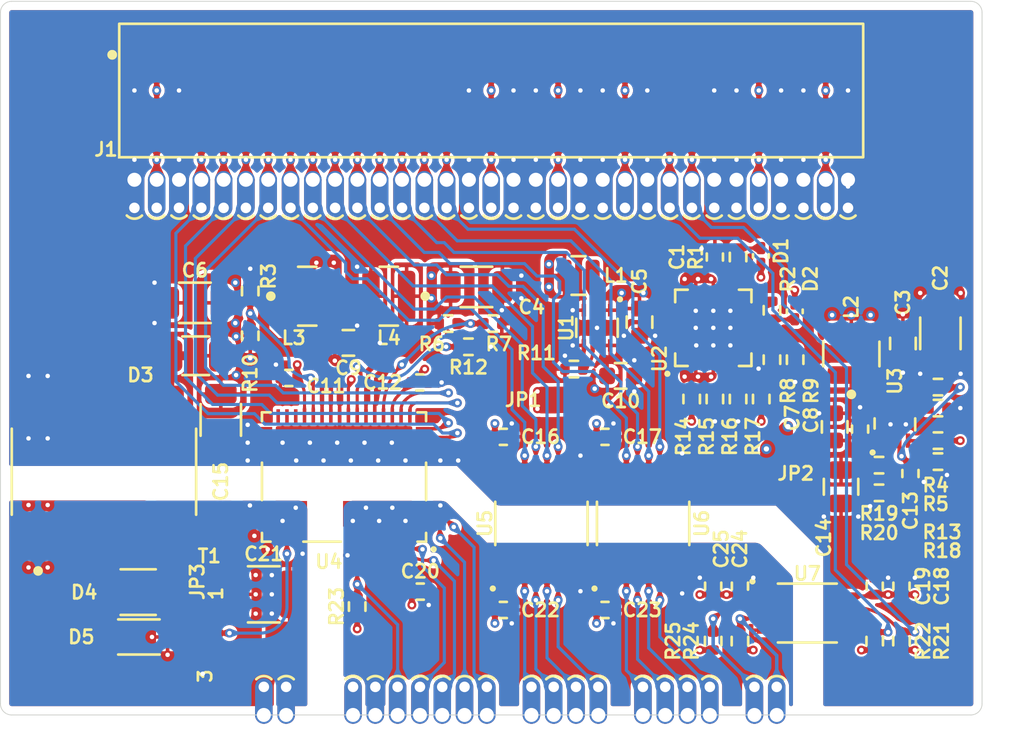
<source format=kicad_pcb>
(kicad_pcb (version 20241229) (generator "pcbnew") (generator_version "9.0")
  (layers (0 "F.Cu" signal) (4 "In1.Cu" power) (6 "In2.Cu" power) (2 "B.Cu" signal) (13 "F.Paste" user) (15 "B.Paste" user) (5 "F.SilkS" user "F.Silkscreen") (7 "B.SilkS" user "B.Silkscreen") (1 "F.Mask" user) (3 "B.Mask" user) (25 "Edge.Cuts" user))
  (net 0 "")
  (net 1 "/SCL")
  (net 2 "/3V3")
  (net 3 "/SCLK")
  (net 4 "/SDA")
  (net 5 "/MVDD")
  (net 6 "/CLMODE")
  (net 7 "/OVLO")
  (net 8 "/SYNC")
  (net 9 "/SETI")
  (net 10 "/2B4_ISO")
  (net 11 "/2B3_ISO")
  (net 12 "Net-(U3-~{RESET})")
  (net 13 "/1B1_ISO")
  (net 14 "/1B2_ISO")
  (net 15 "/FB3")
  (net 16 "/~{SYNC_ISO}")
  (net 17 "/2B2_ISO")
  (net 18 "/SCLK_ISO")
  (net 19 "/UVLO")
  (net 20 "/VCC")
  (net 21 "/TSTART")
  (net 22 "/FB1")
  (net 23 "/SDO_ISO")
  (net 24 "/SCL_ISO")
  (net 25 "/2B1_ISO")
  (net 26 "Net-(U1-RSEL)")
  (net 27 "/SDI_ISO")
  (net 28 "/1B4_ISO")
  (net 29 "/SDA_ISO")
  (net 30 "/~{SYNC}")
  (net 31 "/EN")
  (net 32 "/SLEW")
  (net 33 "/UVOV")
  (net 34 "/1B3_ISO")
  (net 35 "/SDO")
  (net 36 "/SDI")
  (net 37 "/~{FLAG}")
  (net 38 "/1B3")
  (net 39 "/1B1")
  (net 40 "/2B1")
  (net 41 "/2B2")
  (net 42 "/2B3")
  (net 43 "/2B4")
  (net 44 "/1B2")
  (net 45 "GNDA")
  (net 46 "/DO_VDD")
  (net 47 "/1B4")
  (net 48 "/14V5")
  (net 49 "/24V0")
  (net 50 "/-15V0")
  (net 51 "/PWRGD")
  (net 52 "Net-(D1-Pad1)")
  (net 53 "Net-(D2-Pad1)")
  (net 54 "GND")
  (net 55 "/5V0")
  (net 56 "/FB")
  (net 57 "Net-(U1-LX)")
  (net 58 "/RT{slash}SYNC")
  (net 59 "GNDD")
  (net 60 "/VINP")
  (net 61 "/MAX17227_VIN")
  (net 62 "/SW3")
  (net 63 "/SW2")
  (net 70 "/SWP")
  (net 74 "/MAX17570_VIN")
  (net 81 "/LX")
  (net 84 "Net-(D3-Pad2)")
  (net 89 "Net-(D4-Pad1)")
  (footprint "capacitor_footprints:C_0402_1005Metric" (layer "F.Cu") (at 145.4551 113.40338)
    (property "Reference" "C22")
    (property "Value" "100 nF")
  )
  (footprint "resistor_footprints:R_0402_1005Metric" (layer "F.Cu") (at 131.041437 97.785752 90)
    (property "Reference" "R10")
    (property "Value" "3.48 MΩ")
  )
  (footprint "capacitor_footprints:C_0402_1005Metric" (layer "F.Cu") (at 158.93008 112.046289 90)
    (property "Reference" "C24")
    (property "Value" "1 nF")
  )
  (footprint "inductor_footprints:74404032" (layer "F.Cu") (at 165.274759 98.82346 90)
    (property "Reference" "L2")
    (property "Value" "100.0 µH")
  )
  (footprint "test_point_footprints:TestPoint_THTPad_Castelated" (layer "F.Cu") (at 154.67584 119.38234 90)
    (property "Reference" "TP48" (hide yes))
    (property "Value" "TestPoint" (hide yes))
  )
  (footprint "capacitor_footprints:C_0603_1608Metric" (layer "F.Cu") (at 164.32676 102.9762 90)
    (property "Reference" "C7")
    (property "Value" "100 nF")
  )
  (footprint "resistor_footprints:R_0402_1005Metric" (layer "F.Cu") (at 158.93008 115.175195 90)
    (property "Reference" "R24")
    (property "Value" "1 kΩ")
  )
  (footprint "capacitor_footprints:C_0603_1608Metric" (layer "F.Cu") (at 168.21168 98.22456 -90)
    (property "Reference" "C3")
    (property "Value" "100 nF")
  )
  (footprint "test_point_footprints:TestPoint_THTPad_Castelated" (layer "F.Cu") (at 149.59584 119.38234 90)
    (property "Reference" "TP45" (hide yes))
    (property "Value" "TestPoint" (hide yes))
  )
  (footprint "test_point_footprints:TestPoint_THTPad_Castelated" (layer "F.Cu") (at 160.00476 88.90254 -90)
    (property "Reference" "TP29" (hide yes))
    (property "Value" "TestPoint" (hide yes))
  )
  (footprint "test_point_footprints:TestPoint_THTPad_Castelated" (layer "F.Cu") (at 133.08584 119.38234 90)
    (property "Reference" "TP35" (hide yes))
    (property "Value" "TestPoint" (hide yes))
  )
  (footprint "test_point_footprints:TestPoint_THTPad_Castelated" (layer "F.Cu") (at 143.24584 119.38234 90)
    (property "Reference" "TP41" (hide yes))
    (property "Value" "TestPoint" (hide yes))
  )
  (footprint "test_point_footprints:TestPoint_THTPad_Castelated" (layer "F.Cu") (at 152.38476 88.90254 -90)
    (property "Reference" "TP20" (hide yes))
    (property "Value" "TestPoint" (hide yes))
  )
  (footprint "capacitor_footprints:C_0402_1005Metric" (layer "F.Cu") (at 151.2463 113.40338)
    (property "Reference" "C23")
    (property "Value" "100 nF")
  )
  (footprint "test_point_footprints:TestPoint_THTPad_Castelated" (layer "F.Cu") (at 142.22476 88.90254 -90)
    (property "Reference" "TP15" (hide yes))
    (property "Value" "TestPoint" (hide yes))
  )
  (footprint "test_point_footprints:TestPoint_THTPad_Castelated" (layer "F.Cu") (at 141.97584 119.38234 90)
    (property "Reference" "TP40" (hide yes))
    (property "Value" "TestPoint" (hide yes))
  )
  (footprint "capacitor_footprints:C_0402_1005Metric" (layer "F.Cu") (at 145.4551 103.5431)
    (property "Reference" "C16")
    (property "Value" "100 nF")
  )
  (footprint "test_point_footprints:TestPoint_THTPad_Castelated" (layer "F.Cu") (at 139.68476 88.90254 -90)
    (property "Reference" "TP13" (hide yes))
    (property "Value" "TestPoint" (hide yes))
  )
  (footprint "test_point_footprints:TestPoint_THTPad_Castelated" (layer "F.Cu") (at 135.87476 88.90254 -90)
    (property "Reference" "TP10" (hide yes))
    (property "Value" "TestPoint" (hide yes))
  )
  (footprint "test_point_footprints:TestPoint_THTPad_Castelated" (layer "F.Cu") (at 153.65476 88.90254 -90)
    (property "Reference" "TP24" (hide yes))
    (property "Value" "TestPoint" (hide yes))
  )
  (footprint "test_point_footprints:TestPoint_THTPad_Castelated" (layer "F.Cu") (at 147.30476 88.90254 -90)
    (property "Reference" "TP19" (hide yes))
    (property "Value" "TestPoint" (hide yes))
  )
  (footprint "test_point_footprints:TestPoint_THTPad_Castelated" (layer "F.Cu") (at 132.06476 88.90254 -90)
    (property "Reference" "TP7" (hide yes))
    (property "Value" "TestPoint" (hide yes))
  )
  (footprint "test_point_footprints:TestPoint_THTPad_Castelated" (layer "F.Cu") (at 138.41476 88.90254 -90)
    (property "Reference" "TP12" (hide yes))
    (property "Value" "TestPoint" (hide yes))
  )
  (footprint "resistor_footprints:R_0402_1005Metric" (layer "F.Cu") (at 170.2094 104.9528)
    (property "Reference" "R18")
    (property "Value" "40.2 kΩ")
  )
  (footprint "test_point_footprints:TestPoint_THTPad_Castelated" (layer "F.Cu") (at 143.49476 88.90254 -90)
    (property "Reference" "TP16" (hide yes))
    (property "Value" "TestPoint" (hide yes))
  )
  (footprint "capacitor_footprints:C_0402_1005Metric" (layer "F.Cu") (at 133.237971 100.191299 180)
    (property "Reference" "C11")
    (property "Value" "100 nF")
  )
  (footprint "resistor_footprints:R_0402_1005Metric" (layer "F.Cu") (at 166.85276 105.15542)
    (property "Reference" "R19")
    (property "Value" "3.32 MΩ")
  )
  (footprint "resistor_footprints:R_0402_1005Metric" (layer "F.Cu") (at 142.314157 97.091792)
    (property "Reference" "R6")
    (property "Value" "121 kΩ")
  )
  (footprint "test_point_footprints:TestPoint_THTPad_Castelated" (layer "F.Cu") (at 131.81584 119.38234 90)
    (property "Reference" "TP34" (hide yes))
    (property "Value" "TestPoint" (hide yes))
  )
  (footprint "test_point_footprints:TestPoint_THTPad_Castelated" (layer "F.Cu") (at 157.46476 88.90254 -90)
    (property "Reference" "TP27" (hide yes))
    (property "Value" "TestPoint" (hide yes))
  )
  (footprint "test_point_footprints:TestPoint_THTPad_Castelated" (layer "F.Cu") (at 159.75584 119.38234 90)
    (property "Reference" "TP52" (hide yes))
    (property "Value" "TestPoint" (hide yes))
  )
  (footprint "test_point_footprints:TestPoint_THTPad_Castelated" (layer "F.Cu") (at 158.73476 88.90254 -90)
    (property "Reference" "TP28" (hide yes))
    (property "Value" "TestPoint" (hide yes))
  )
  (footprint "capacitor_footprints:C_1206_3216Metric" (layer "F.Cu") (at 127.88974 95.911432 180)
    (property "Reference" "C6")
    (property "Value" "10 µF")
  )
  (footprint "capacitor_footprints:C_0402_1005Metric" (layer "F.Cu") (at 165.77202 103.1012 90)
    (property "Reference" "C8")
    (property "Value" "220 pF")
  )
  (footprint "resistor_footprints:R_0402_1005Metric" (layer "F.Cu") (at 137.132209 113.209335 90)
    (property "Reference" "R23")
    (property "Value" "100 kΩ")
  )
  (footprint "test_point_footprints:TestPoint_THTPad_Castelated" (layer "F.Cu") (at 129.52476 88.90254 -90)
    (property "Reference" "TP5" (hide yes))
    (property "Value" "TestPoint" (hide yes))
  )
  (footprint "test_point_footprints:TestPoint_THTPad_Castelated" (layer "F.Cu") (at 133.33476 88.90254 -90)
    (property "Reference" "TP8" (hide yes))
    (property "Value" "TestPoint" (hide yes))
  )
  (footprint "diode_footprints:LED_RED_0402_1005Metric" (layer "F.Cu") (at 162.05449 96.395272 90)
    (property "Reference" "D2")
    (property "Value" "1.8 V")
  )
  (footprint "test_point_footprints:TestPoint_THTPad_Castelated" (layer "F.Cu") (at 157.21584 119.38234 90)
    (property "Reference" "TP50" (hide yes))
    (property "Value" "TestPoint" (hide yes))
  )
  (footprint "capacitor_footprints:C_1206_3216Metric" (layer "F.Cu") (at 143.924317 95.005832)
    (property "Reference" "C4")
    (property "Value" "10 µF")
  )
  (footprint "analog_devices_footprints:21-100514_T822C&plus_6C_ADI" (layer "F.Cu") (at 167.75576 102.8319 90)
    (property "Reference" "U3")
    (property "Value" "MAX17570FATA+")
  )
  (footprint "inductor_footprints:74479276" (layer "F.Cu") (at 149.740215 94.35569)
    (property "Reference" "L1")
    (property "Value" "2.2 µH")
  )
  (footprint "test_point_footprints:TestPoint_THTPad_Castelated" (layer "F.Cu") (at 138.16584 119.38234 90)
    (property "Reference" "TP37" (hide yes))
    (property "Value" "TestPoint" (hide yes))
  )
  (footprint "capacitor_footprints:C_0402_1005Metric" (layer "F.Cu") (at 140.725354 112.357894)
    (property "Reference" "C20")
    (property "Value" "100 nF")
  )
  (footprint "resistor_footprints:R_0402_1005Metric" (layer "F.Cu") (at 166.85276 106.730497 180)
    (property "Reference" "R20")
    (property "Value" "294 kΩ")
  )
  (footprint "test_point_footprints:TestPoint_THTPad_Castelated" (layer "F.Cu") (at 148.57476 88.90254 -90)
    (property "Reference" "TP23" (hide yes))
    (property "Value" "TestPoint" (hide yes))
  )
  (footprint "analog_devices_footprints:21-0036_ADI" (layer "F.Cu") (at 162.768572 113.578088)
    (property "Reference" "U7")
    (property "Value" "ADUM1252AUA+")
  )
  (footprint "test_point_footprints:TestPoint_THTPad_Castelated" (layer "F.Cu") (at 137.14476 88.90254 -90)
    (property "Reference" "TP11" (hide yes))
    (property "Value" "TestPoint" (hide yes))
  )
  (footprint "test_point_footprints:TestPoint_THTPad_Castelated" (layer "F.Cu") (at 140.70584 119.38234 90)
    (property "Reference" "TP39" (hide yes))
    (property "Value" "TestPoint" (hide yes))
  )
  (footprint "test_point_footprints:TestPoint_THTPad_Castelated" (layer "F.Cu") (at 153.40584 119.38234 90)
    (property "Reference" "TP47" (hide yes))
    (property "Value" "TestPoint" (hide yes))
  )
  (footprint "resistor_footprints:R_0402_1005Metric" (layer "F.Cu") (at 157.503739 101.389113 -90)
    (property "Reference" "R15")
    (property "Value" "150 kΩ")
  )
  (footprint "test_point_footprints:TestPoint_THTPad_Castelated" (layer "F.Cu") (at 140.95476 88.90254 -90)
    (property "Reference" "TP14" (hide yes))
    (property "Value" "TestPoint" (hide yes))
  )
  (footprint "resistor_footprints:R_0402_1005Metric" (layer "F.Cu") (at 170.2094 103.759 180)
    (property "Reference" "R13")
    (property "Value" "604 kΩ")
  )
  (footprint "inductor_footprints:XFL3012" (layer "F.Cu") (at 138.931211 95.532232 180)
    (property "Reference" "L4")
    (property "Value" "100 µH")
  )
  (footprint "capacitor_footprints:C_0805_2012Metric" (layer "F.Cu") (at 164.68852 106.38542 -90)
    (property "Reference" "C14")
    (property "Value" "1 µF")
  )
  (footprint "resistor_footprints:R_0402_1005Metric" (layer "F.Cu") (at 168.1302 115.175195 90)
    (property "Reference" "R21")
    (property "Value" "1 kΩ")
  )
  (footprint "test_point_footprints:TestPoint_THTPad_Castelated" (layer "F.Cu") (at 124.44476 88.90254 -90)
    (property "Reference" "TP1" (hide yes))
    (property "Value" "TestPoint" (hide yes))
  )
  (footprint "resistor_footprints:R_0402_1005Metric" (layer "F.Cu") (at 131.041437 95.240672 90)
    (property "Reference" "R3")
    (property "Value" "120 kΩ")
  )
  (footprint "capacitor_footprints:C_0402_1005Metric" (layer "F.Cu") (at 157.503739 93.301753 90)
    (property "Reference" "C1")
    (property "Value" "220 nF")
  )
  (footprint "capacitor_footprints:C_0603_1608Metric" (layer "F.Cu") (at 136.632211 98.191612)
    (property "Reference" "C9")
    (property "Value" "4.7 µF")
  )
  (footprint "test_point_footprints:TestPoint_THTPad_Castelated" (layer "F.Cu") (at 161.27476 88.90254 -90)
    (property "Reference" "TP30" (hide yes))
    (property "Value" "TestPoint" (hide yes))
  )
  (footprint "test_point_footprints:TestPoint_THTPad_Castelated" (layer "F.Cu") (at 155.94584 119.38234 90)
    (property "Reference" "TP49" (hide yes))
    (property "Value" "TestPoint" (hide yes))
  )
  (footprint "capacitor_footprints:C_1210_200_3225Metric" (layer "F.Cu") (at 131.810811 112.513115 180)
    (property "Reference" "C21")
    (property "Value" "4.7 µF")
  )
  (footprint "capacitor_footprints:C_0402_1005Metric" (layer "F.Cu") (at 168.1302 112.046289 90)
    (property "Reference" "C18")
    (property "Value" "1 nF")
  )
  (footprint "connector_footprints:FW-33-03-G-D-085-155" (layer "F.Cu") (at 144.76476 83.81954)
    (property "Reference" "J1")
    (property "Value" "FW-33-03-G-D-085-155")
  )
  (footprint "test_point_footprints:TestPoint_THTPad_Castelated" (layer "F.Cu") (at 125.71476 88.90254 -90)
    (property "Reference" "TP2" (hide yes))
    (property "Value" "TestPoint" (hide yes))
  )
  (footprint "test_point_footprints:TestPoint_THTPad_Castelated" (layer "F.Cu") (at 146.03476 88.90254 -90)
    (property "Reference" "TP18" (hide yes))
    (property "Value" "TestPoint" (hide yes))
  )
  (footprint "diode_footprints:PowerDI_123" (layer "F.Cu") (at 124.659928 112.386115)
    (property "Reference" "D4")
    (property "Value" "100.0 V")
  )
  (footprint "resistor_footprints:R_0402_1005Metric" (layer "F.Cu") (at 170.2094 100.711 180)
    (property "Reference" "R4")
    (property "Value" "1 kΩ")
  )
  (footprint "analog_devices_footprints:21-100172_T2044&plus_4C_MXM_ADI" (layer "F.Cu") (at 157.41391 97.335273 90)
    (property "Reference" "U2")
    (property "Value" "MAX17614ATP+")
  )
  (footprint "test_point_footprints:TestPoint_THTPad_Castelated" (layer "F.Cu") (at 154.92476 88.90254 -90)
    (property "Reference" "TP25" (hide yes))
    (property "Value" "TestPoint" (hide yes))
  )
  (footprint "test_point_footprints:TestPoint_THTPad_Castelated" (layer "F.Cu") (at 134.60476 88.90254 -90)
    (property "Reference" "TP9" (hide yes))
    (property "Value" "TestPoint" (hide yes))
  )
  (footprint "test_point_footprints:TestPoint_THTPad_Castelated" (layer "F.Cu") (at 163.81476 88.90254 -90)
    (property "Reference" "TP32" (hide yes))
    (property "Value" "TestPoint" (hide yes))
  )
  (footprint "test_point_footprints:TestPoint_THTPad_Castelated" (layer "F.Cu") (at 144.76476 88.90254 -90)
    (property "Reference" "TP17" (hide yes))
    (property "Value" "TestPoint" (hide yes))
  )
  (footprint "test_point_footprints:TestPoint_THTPad_Castelated" (layer "F.Cu") (at 130.79476 88.90254 -90)
    (property "Reference" "TP6" (hide yes))
    (property "Value" "TestPoint" (hide yes))
  )
  (footprint "resistor_footprints:R_0402_1005Metric" (layer "F.Cu") (at 156.18201 101.389113 90)
    (property "Reference" "R14")
    (property "Value" "2.2 MΩ")
  )
  (footprint "test_point_footprints:TestPoint_THTPad_Castelated" (layer "F.Cu") (at 148.32584 119.38234 90)
    (property "Reference" "TP44" (hide yes))
    (property "Value" "TestPoint" (hide yes))
  )
  (footprint "resistor_footprints:R_0402_1005Metric" (layer "F.Cu") (at 166.6062 115.175195 90)
    (property "Reference" "R22")
    (property "Value" "1 kΩ")
  )
  (footprint "diode_footprints:SOD_123F" (layer "F.Cu") (at 127.93474 98.924475 180)
    (property "Reference" "D3")
    (property "Value" "200.0 V")
  )
  (footprint "capacitor_footprints:C_1206_3216Metric" (layer "F.Cu") (at 170.34656 97.64956 -90)
    (property "Reference" "C2")
    (property "Value" "10 µF")
  )
  (footprint "diode_footprints:SOD_123" (layer "F.Cu") (at 124.699928 114.940555)
    (property "Reference" "D5")
    (property "Value" "62.0 V")
  )
  (footprint "resistor_footprints:R_0402_1005Metric" (layer "F.Cu") (at 144.858157 97.091792)
    (property "Reference" "R7")
    (property "Value" "2.15 MΩ")
  )
  (footprint "test_point_footprints:TestPoint_THTPad_Castelated" (layer "F.Cu") (at 150.86584 119.38234 90)
    (property "Reference" "TP46" (hide yes))
    (property "Value" "TestPoint" (hide yes))
  )
  (footprint "resistor_footprints:R_0402_1005Metric" (layer "F.Cu") (at 157.40608 115.175195 90)
    (property "Reference" "R25")
    (property "Value" "1 kΩ")
  )
  (footprint "resistor_footprints:R_0402_1005Metric" (layer "F.Cu") (at 162.07481 99.148294 -90)
    (property "Reference" "R9")
    (property "Value" "15 kΩ")
  )
  (footprint "solder_jumper_footprints:SolderJumper-2_P1.3mm_Bridged_RoundedPad1.0x1.5mm" (layer "F.Cu") (at 149.06652 101.43467)
    (property "Reference" "JP1")
    (property "Value" "SolderJumper_2_Bridged")
  )
  (footprint "test_point_footprints:TestPoint_THTPad_Castelated" (layer "F.Cu") (at 136.89584 119.38234 90)
    (property "Reference" "TP36" (hide yes))
    (property "Value" "TestPoint" (hide yes))
  )
  (footprint "test_point_footprints:TestPoint_THTPad_Castelated" (layer "F.Cu") (at 139.43584 119.38234 90)
    (property "Reference" "TP38" (hide yes))
    (property "Value" "TestPoint" (hide yes))
  )
  (footprint "resistor_footprints:R_0402_1005Metric" (layer "F.Cu") (at 160.14441 101.389113 90)
    (property "Reference" "R17")
    (property "Value" "470 kΩ")
  )
  (footprint "resistor_footprints:R_0402_1005Metric" (layer "F.Cu") (at 149.473195 99.68461 180)
    (property "Reference" "R11")
    (property "Value" "10 kΩ")
  )
  (footprint "capacitor_footprints:C_0402_1005Metric" (layer "F.Cu") (at 151.2463 103.5431)
    (property "Reference" "C17")
    (property "Value" "100 nF")
  )
  (footprint "test_point_footprints:TestPoint_THTPad_Castelated" (layer "F.Cu") (at 128.25476 88.90254 -90)
    (property "Reference" "TP4" (hide yes))
    (property "Value" "TestPoint" (hide yes))
  )
  (footprint "solder_jumper_footprints:SolderJumper-2_P1.3mm_Bridged_RoundedPad1.0x1.5mm" (layer "F.Cu") (at 162.10788 104.244175)
    (property "Reference" "JP2")
    (property "Value" "SolderJumper_2_Bridged")
  )
  (footprint "solder_jumper_footprints:SolderJumper-3_P1.3mm_Open_RoundedPad1.0x1.5mm_NumberLabels" (layer "F.Cu") (at 128.33537 114.72072 -90)
    (property "Reference" "JP3")
    (property "Value" "SolderJumper_3_Open")
  )
  (footprint "resistor_footprints:R_0402_1005Metric" (layer "F.Cu") (at 160.75401 99.148294 -90)
    (property "Reference" "R8")
    (property "Value" "150 kΩ")
  )
  (footprint "analog_devices_footprints:RQ-16_ADI" (layer "F.Cu") (at 147.6248 108.47324 90)
    (property "Reference" "U5")
    (property "Value" "ADUM340E0BRQZ")
  )
  (footprint "test_point_footprints:TestPoint_THTPad_Castelated" (layer "F.Cu") (at 149.84476 88.90254 -90)
    (property "Reference" "TP21" (hide yes))
    (property "Value" "TestPoint" (hide yes))
  )
  (footprint "test_point_footprints:TestPoint_THTPad_Castelated" (layer "F.Cu") (at 151.11476 88.90254 -90)
    (property "Reference" "TP22" (hide yes))
    (property "Value" "TestPoint" (hide yes))
  )
  (footprint "resistor_footprints:R_0402_1005Metric" (layer "F.Cu") (at 158.824081 101.389113 -90)
    (property "Reference" "R16")
    (property "Value" "30 kΩ")
  )
  (footprint "capacitor_footprints:C_0402_1005Metric" (layer "F.Cu") (at 140.69767 100.4453)
    (property "Reference" "C12")
    (property "Value" "100 nF")
  )
  (footprint "analog_devices_footprints:RQ-16_ADI" (layer "F.Cu") (at 153.416 108.47324 90)
    (property "Reference" "U6")
    (property "Value" "ADUM340E0BRQZ")
  )
  (footprint "capacitor_footprints:C_1206_3216Metric" (layer "F.Cu") (at 129.36474 102.5797 -90)
    (property "Reference" "C15")
    (property "Value" "10 µF")
  )
  (footprint "analog_devices_footprints:21-0168_T822&plus_3C_ADI" (layer "F.Cu") (at 150.790215 97.33425 -90)
    (property "Reference" "U1")
    (property "Value" "MAX17227JATA+")
  )
  (footprint "test_point_footprints:TestPoint_THTPad_Castelated" (layer "F.Cu") (at 156.19476 88.90254 -90)
    (property "Reference" "TP26" (hide yes))
    (property "Value" "TestPoint" (hide yes))
  )
  (footprint "resistor_footprints:R_0402_1005Metric" (layer "F.Cu") (at 158.824081 93.301753 -90)
    (property "Reference" "R1")
    (property "Value" "3.3 kΩ")
  )
  (footprint "inductor_footprints:XFL3012" (layer "F.Cu") (at 134.287911 95.532232)
    (property "Reference" "L3")
    (property "Value" "100 µH")
  )
  (footprint "resistor_footprints:R_0402_1005Metric" (layer "F.Cu") (at 170.2094 101.9048)
    (property "Reference" "R5")
    (property "Value" "9.76 kΩ")
  )
  (footprint "capacitor_footprints:C_0402_1005Metric" (layer "F.Cu") (at 157.40608 112.046289 90)
    (property "Reference" "C25")
    (property "Value" "100 nF")
  )
  (footprint "test_point_footprints:TestPoint_THTPad_Castelated" (layer "F.Cu") (at 144.51584 119.38234 90)
    (property "Reference" "TP42" (hide yes))
    (property "Value" "TestPoint" (hide yes))
  )
  (footprint "diode_footprints:LED_RED_0402_1005Metric" (layer "F.Cu") (at 160.12409 93.241753 -90)
    (property "Reference" "D1")
    (property "Value" "1.8 V")
  )
  (footprint "test_point_footprints:TestPoint_THTPad_Castelated" (layer "F.Cu") (at 165.08476 88.90254 -90)
    (property "Reference" "TP33" (hide yes))
    (property "Value" "TestPoint" (hide yes))
  )
  (footprint "analog_devices_footprints:CP-41-1_ADI" (layer "F.Cu") (at 136.382211 105.830099 180)
    (property "Reference" "U4")
    (property "Value" "ADP1031ACPZ-3-R7")
  )
  (footprint "test_point_footprints:TestPoint_THTPad_Castelated" (layer "F.Cu") (at 147.05584 119.38234 90)
    (property "Reference" "TP43" (hide yes))
    (property "Value" "TestPoint" (hide yes))
  )
  (footprint "transformer_footprints:ZA9644" (layer "F.Cu") (at 122.70948 105.5285 90)
    (property "Reference" "T1")
    (property "Value" "ZA9644-AED")
  )
  (footprint "capacitor_footprints:C_0402_1005Metric" (layer "F.Cu") (at 168.64076 105.63098 -90)
    (property "Reference" "C13")
    (property "Value" "1 µF")
  )
  (footprint "capacitor_footprints:C_0402_1005Metric" (layer "F.Cu") (at 166.6062 112.046289 90)
    (property "Reference" "C19")
    (property "Value" "100 nF")
  )
  (footprint "test_point_footprints:TestPoint_THTPad_Castelated" (layer "F.Cu") (at 162.54476 88.90254 -90)
    (property "Reference" "TP31" (hide yes))
    (property "Value" "TestPoint" (hide yes))
  )
  (footprint "capacitor_footprints:C_0603_1608Metric" (layer "F.Cu") (at 152.138215 100.07161)
    (property "Reference" "C10")
    (property "Value" "10 µF")
  )
  (footprint "test_point_footprints:TestPoint_THTPad_Castelated" (layer "F.Cu") (at 126.98476 88.90254 -90)
    (property "Reference" "TP3" (hide yes))
    (property "Value" "TestPoint" (hide yes))
  )
  (footprint "resistor_footprints:R_0402_1005Metric" (layer "F.Cu") (at 143.467117 98.4133 180)
    (property "Reference" "R12")
    (property "Value" "100 kΩ")
  )
  (footprint "capacitor_footprints:C_0603_1608Metric" (layer "F.Cu") (at 153.210195 97.01155 -90)
    (property "Reference" "C5")
    (property "Value" "10 µF")
  )
  (footprint "test_point_footprints:TestPoint_THTPad_Castelated" (layer "F.Cu") (at 161.02584 119.38234 90)
    (property "Reference" "TP51" (hide yes))
    (property "Value" "TestPoint" (hide yes))
  )
  (footprint "resistor_footprints:R_0402_1005Metric" (layer "F.Cu") (at 160.75401 96.335272 90)
    (property "Reference" "R2")
    (property "Value" "3.3 kΩ")
  )
  (gr_line (start 116.8146 79.375) (end 116.8146 118.745) (stroke (width 0.05)) (layer "Edge.Cuts"))
  (gr_line (start 172.085 78.74) (end 117.4496 78.74) (stroke (width 0.05)) (layer "Edge.Cuts"))
  (gr_line (start 172.72 79.375) (end 172.72 118.745) (stroke (width 0.05)) (layer "Edge.Cuts"))
  (gr_arc (start 172.085 78.74) (mid 172.534013 78.925987) (end 172.72 79.375) (stroke (width 0.05)) (layer "Edge.Cuts"))
  (gr_arc (start 117.4496 119.38) (mid 117.000587 119.194013) (end 116.8146 118.745) (stroke (width 0.05)) (layer "Edge.Cuts"))
  (gr_arc (start 172.72 118.745) (mid 172.534013 119.194013) (end 172.085 119.38) (stroke (width 0.05)) (layer "Edge.Cuts"))
  (gr_arc (start 116.8146 79.375) (mid 117.000587 78.925987) (end 117.4496 78.74) (stroke (width 0.05)) (layer "Edge.Cuts"))
  (gr_line (start 172.085 119.38) (end 117.4496 119.38) (stroke (width 0.05)) (layer "Edge.Cuts"))
  (segment (start 154.92476 85.85454) (end 154.92476 87.75954) (width 0.1778) (layer "F.Cu") (net 1))
  (segment (start 154.92476 81.78454) (end 154.92476 85.85454) (width 0.1778) (layer "F.Cu") (net 1))
  (segment (start 166.6062 114.665195) (end 167.3682 114.665195) (width 0.1778) (layer "F.Cu") (net 1))
  (segment (start 164.952972 113.903089) (end 165.605405 113.90308) (width 0.1778) (layer "F.Cu") (net 1))
  (segment (start 154.92476 88.90254) (end 154.92476 87.75954) (width 0.2) (layer "F.Cu") (net 1))
  (segment (start 166.012852 114.071847) (end 166.6062 114.665195) (width 0.1778) (layer "F.Cu") (net 1))
  (via (at 154.92476 87.75954) (size 0.508) (drill 0.254) (layers "F.Cu" "B.Cu") (net 1))
  (via (at 167.3682 114.665195) (size 0.508) (drill 0.254) (layers "F.Cu" "B.Cu") (remove_unused_layers yes) (zone_layer_connections "F.Cu" "B.Cu") (net 1))
  (arc (start 166.012852 114.071847) (mid 165.825914 113.94694) (end 165.605405 113.90308) (width 0.1778) (layer "F.Cu") (net 1))
  (segment (start 158.8008 92.2274) (end 156.64962 92.2274) (width 0.1778) (layer "B.Cu") (net 1))
  (segment (start 156.64962 92.2274) (end 154.92476 90.50254) (width 0.1778) (layer "B.Cu") (net 1))
  (segment (start 167.3682 114.665195) (end 167.3682 114.1298) (width 0.1778) (layer "B.Cu") (net 1))
  (segment (start 164.3634 99.8728) (end 160.8074 96.3168) (width 0.1778) (layer "B.Cu") (net 1))
  (segment (start 160.8074 96.3168) (end 160.8074 94.234) (width 0.1778) (layer "B.Cu") (net 1))
  (segment (start 160.8074 94.234) (end 158.8008 92.2274) (width 0.1778) (layer "B.Cu") (net 1))
  (segment (start 167.3682 114.1298) (end 164.3634 111.125) (width 0.1778) (layer "B.Cu") (net 1))
  (segment (start 164.3634 111.125) (end 164.3634 99.8728) (width 0.1778) (layer "B.Cu") (net 1))
  (segment (start 134.13221 102.350299) (end 134.13221 101.191298) (width 0.1778) (layer "F.Cu") (net 2))
  (segment (start 168.1302 112.526289) (end 167.3682 112.526289) (width 0.1778) (layer "F.Cu") (net 2))
  (segment (start 144.76476 85.85454) (end 144.76476 87.75954) (width 0.1778) (layer "F.Cu") (net 2))
  (segment (start 164.952972 112.603089) (end 166.5294 112.603089) (width 0.1778) (layer "F.Cu") (net 2))
  (segment (start 139.132211 102.350299) (end 139.132211 101.973037) (width 0.1778) (layer "F.Cu") (net 2))
  (segment (start 140.21767 100.444241) (end 140.978611 99.6833) (width 0.1778) (layer "F.Cu") (net 2))
  (segment (start 144.76476 81.78454) (end 144.76476 83.81654) (width 0.2) (layer "F.Cu") (net 2))
  (segment (start 168.1302 115.685195) (end 168.8922 115.685195) (width 0.1778) (layer "F.Cu") (net 2))
  (segment (start 145.4023 106.00944) (end 145.4023 104.574353) (width 0.1778) (layer "F.Cu") (net 2))
  (segment (start 162.05449 95.945272) (end 162.05449 95.183272) (width 0.1778) (layer "F.Cu") (net 2))
  (segment (start 166.6062 115.685195) (end 165.8442 115.685195) (width 0.1778) (layer "F.Cu") (net 2))
  (segment (start 144.76476 88.90254) (end 144.76476 87.75954) (width 0.2) (layer "F.Cu") (net 2))
  (segment (start 166.6062 112.526289) (end 167.3682 112.526289) (width 0.1778) (layer "F.Cu") (net 2))
  (segment (start 166.5294 112.603089) (end 166.6062 112.526289) (width 0.1778) (layer "F.Cu") (net 2))
  (segment (start 140.21767 100.4453) (end 139.444949 101.218021) (width 0.1778) (layer "F.Cu") (net 2))
  (segment (start 160.12409 93.691753) (end 160.12409 94.453753) (width 0.1778) (layer "F.Cu") (net 2))
  (segment (start 150.7663 102.7811) (end 150.7663 103.5431) (width 0.1778) (layer "F.Cu") (net 2))
  (segment (start 151.1935 106.00944) (end 151.1935 104.574475) (width 0.1778) (layer "F.Cu") (net 2))
  (segment (start 168.1302 112.526289) (end 168.8922 112.526289) (width 0.1778) (layer "F.Cu") (net 2))
  (segment (start 136.632211 102.350299) (end 136.632211 100.672185) (width 0.1778) (layer "F.Cu") (net 2))
  (segment (start 144.9751 102.7811) (end 144.9751 103.5431) (width 0.1778) (layer "F.Cu") (net 2))
  (segment (start 133.717971 99.429299) (end 133.717971 100.191299) (width 0.1778) (layer "F.Cu") (net 2))
  (segment (start 144.76476 85.85454) (end 144.76476 83.81654) (width 0.1778) (layer "F.Cu") (net 2))
  (via (at 135.799259 93.627232) (size 0.508) (drill 0.254) (layers "F.Cu" "B.Cu") (remove_unused_layers yes) (zone_layer_connections "F.Cu" "In1.Cu") (net 2))
  (via (at 147.3962 100.95738) (size 0.508) (drill 0.254) (layers "F.Cu" "B.Cu") (remove_unused_layers yes) (zone_layer_connections "F.Cu" "In1.Cu") (net 2))
  (via (at 147.3962 101.949379) (size 0.508) (drill 0.254) (layers "F.Cu" "B.Cu") (remove_unused_layers yes) (zone_layer_connections "F.Cu" "In1.Cu") (net 2))
  (via (at 167.3682 112.526289) (size 0.508) (drill 0.254) (layers "F.Cu" "B.Cu") (remove_unused_layers yes) (zone_layer_connections "F.Cu" "In1.Cu") (net 2))
  (via (at 144.76476 83.81654) (size 0.508) (drill 0.254) (layers "F.Cu" "B.Cu") (net 2))
  (via (at 165.8442 115.685195) (size 0.508) (drill 0.254) (layers "F.Cu" "B.Cu") (remove_unused_layers yes) (zone_layer_connections "F.Cu" "In1.Cu") (net 2))
  (via (at 133.717971 99.429299) (size 0.508) (drill 0.254) (layers "F.Cu" "B.Cu") (remove_unused_layers yes) (zone_layer_connections "F.Cu" "In1.Cu") (net 2))
  (via (at 150.7663 102.7811) (size 0.508) (drill 0.254) (layers "F.Cu" "B.Cu") (net 2))
  (via (at 160.12409 94.453753) (size 0.508) (drill 0.254) (layers "F.Cu" "B.Cu") (remove_unused_layers yes) (zone_layer_connections "F.Cu" "In1.Cu") (net 2))
  (via (at 144.76476 87.75954) (size 0.508) (drill 0.254) (layers "F.Cu" "B.Cu") (net 2))
  (via (at 136.797011 100.274412) (size 0.508) (drill 0.254) (layers "F.Cu" "B.Cu") (remove_unused_layers yes) (zone_layer_connections "F.Cu" "In1.Cu") (net 2))
  (via (at 140.978611 99.6833) (size 0.508) (drill 0.254) (layers "F.Cu" "B.Cu") (remove_unused_layers yes) (zone_layer_connections "F.Cu" "In1.Cu") (net 2))
  (via (at 134.80726 93.627232) (size 0.508) (drill 0.254) (layers "F.Cu" "B.Cu") (remove_unused_layers yes) (zone_layer_connections "F.Cu" "In1.Cu") (net 2))
  (via (at 168.8922 112.526289) (size 0.508) (drill 0.254) (layers "F.Cu" "B.Cu") (remove_unused_layers yes) (zone_layer_connections "F.Cu" "In1.Cu") (net 2))
  (via (at 135.857211 99.207612) (size 0.508) (drill 0.254) (layers "F.Cu" "B.Cu") (remove_unused_layers yes) (zone_layer_connections "F.Cu" "In1.Cu") (net 2))
  (via (at 168.8922 115.685195) (size 0.508) (drill 0.254) (layers "F.Cu" "B.Cu") (remove_unused_layers yes) (zone_layer_connections "F.Cu" "In1.Cu") (net 2))
  (via (at 144.9751 102.7811) (size 0.508) (drill 0.254) (layers "F.Cu" "B.Cu") (net 2))
  (via (at 162.05449 95.183272) (size 0.508) (drill 0.254) (layers "F.Cu" "B.Cu") (remove_unused_layers yes) (zone_layer_connections "F.Cu" "In1.Cu") (net 2))
  (arc (start 145.4023 104.574353) (mid 145.291293 104.016281) (end 144.9751 103.5431) (width 0.1778) (layer "F.Cu") (net 2))
  (arc (start 139.132211 101.973037) (mid 139.213489 101.564425) (end 139.444949 101.218021) (width 0.1778) (layer "F.Cu") (net 2))
  (arc (start 151.1935 104.574475) (mid 151.08247 104.01629) (end 150.7663 103.5431) (width 0.1778) (layer "F.Cu") (net 2))
  (arc (start 136.632211 100.672185) (mid 136.675025 100.456945) (end 136.797011 100.274412) (width 0.1778) (layer "F.Cu") (net 2))
  (arc (start 134.13221 101.191298) (mid 134.024564 100.650127) (end 133.717971 100.191299) (width 0.1778) (layer "F.Cu") (net 2))
  (segment (start 140.822178 101.0452) (end 142.325349 101.0452) (width 0.1778) (layer "F.Cu") (net 3))
  (segment (start 132.06476 85.85454) (end 132.06476 81.78454) (width 0.1778) (layer "F.Cu") (net 3))
  (segment (start 132.06476 88.90254) (end 132.06476 87.75954) (width 0.2) (layer "F.Cu") (net 3))
  (segment (start 140.816637 101.039659) (end 140.822178 101.0452) (width 0.1778) (layer "F.Cu") (net 3))
  (segment (start 139.632212 102.350299) (end 139.632212 101.98391) (width 0.1778) (layer "F.Cu") (net 3))
  (segment (start 132.06476 85.85454) (end 132.06476 87.75954) (width 0.1778) (layer "F.Cu") (net 3))
  (segment (start 142.325349 101.0452) (end 142.33089 101.039659) (width 0.1778) (layer "F.Cu") (net 3))
  (segment (start 139.837783 101.487617) (end 139.910342 101.415058) (width 0.1778) (layer "F.Cu") (net 3))
  (via (at 132.06476 87.75954) (size 0.508) (drill 0.254) (layers "F.Cu" "B.Cu") (net 3))
  (via (at 142.33089 101.039659) (size 0.508) (drill 0.254) (layers "F.Cu" "B.Cu") (remove_unused_layers yes) (zone_layer_connections "F.Cu" "B.Cu") (net 3))
  (arc (start 139.632212 101.98391) (mid 139.685638 101.715318) (end 139.837783 101.487617) (width 0.1778) (layer "F.Cu") (net 3))
  (arc (start 139.910342 101.415058) (mid 140.326154 101.137222) (end 140.816637 101.039659) (width 0.1778) (layer "F.Cu") (net 3))
  (segment (start 128.4986 94.0687) (end 128.4986 99.5934) (width 0.1778) (layer "B.Cu") (net 3))
  (segment (start 128.4986 99.5934) (end 129.5146 100.6094) (width 0.1778) (layer "B.Cu") (net 3))
  (segment (start 132.4864 100.6094) (end 132.916659 101.039659) (width 0.1778) (layer "B.Cu") (net 3))
  (segment (start 129.5146 100.6094) (end 132.4864 100.6094) (width 0.1778) (layer "B.Cu") (net 3))
  (segment (start 132.06476 90.50254) (end 128.4986 94.0687) (width 0.1778) (layer "B.Cu") (net 3))
  (segment (start 132.916659 101.039659) (end 142.33089 101.039659) (width 0.1778) (layer "B.Cu") (net 3))
  (segment (start 168.1302 114.665195) (end 168.8922 114.665195) (width 0.1778) (layer "F.Cu") (net 4))
  (segment (start 156.19476 85.85454) (end 156.19476 87.75954) (width 0.1778) (layer "F.Cu") (net 4))
  (segment (start 156.19476 88.90254) (end 156.19476 87.75954) (width 0.2) (layer "F.Cu") (net 4))
  (segment (start 164.952972 113.253087) (end 165.40514 113.253083) (width 0.1778) (layer "F.Cu") (net 4))
  (segment (start 156.19476 81.78454) (end 156.19476 85.85454) (width 0.1778) (layer "F.Cu") (net 4))
  (segment (start 167.646464 114.181459) (end 168.1302 114.665195) (width 0.1778) (layer "F.Cu") (net 4))
  (via (at 168.8922 114.665195) (size 0.508) (drill 0.254) (layers "F.Cu" "B.Cu") (remove_unused_layers yes) (zone_layer_connections "F.Cu" "B.Cu") (net 4))
  (via (at 156.19476 87.75954) (size 0.508) (drill 0.254) (layers "F.Cu" "B.Cu") (net 4))
  (arc (start 165.40514 113.253083) (mid 166.618136 113.494355) (end 167.646464 114.181459) (width 0.1778) (layer "F.Cu") (net 4))
  (segment (start 168.8922 114.665195) (end 168.846809 114.665195) (width 0.1778) (layer "B.Cu") (net 4))
  (segment (start 159.131 91.6178) (end 157.31002 91.6178) (width 0.1778) (layer "B.Cu") (net 4))
  (segment (start 164.9984 110.816786) (end 164.9984 99.6188) (width 0.1778) (layer "B.Cu") (net 4))
  (segment (start 161.3662 95.9866) (end 161.3662 93.853) (width 0.1778) (layer "B.Cu") (net 4))
  (segment (start 164.9984 99.6188) (end 161.3662 95.9866) (width 0.1778) (layer "B.Cu") (net 4))
  (segment (start 168.846809 114.665195) (end 164.9984 110.816786) (width 0.1778) (layer "B.Cu") (net 4))
  (segment (start 161.3662 93.853) (end 159.131 91.6178) (width 0.1778) (layer "B.Cu") (net 4))
  (segment (start 157.31002 91.6178) (end 156.19476 90.50254) (width 0.1778) (layer "B.Cu") (net 4))
  (segment (start 151.1935 110.93704) (end 151.1935 112.372013) (width 0.1778) (layer "F.Cu") (net 5))
  (segment (start 160.584172 112.603089) (end 159.00688 112.603089) (width 0.1778) (layer "F.Cu") (net 5))
  (segment (start 140.245354 111.445413) (end 140.245354 112.357894) (width 0.1778) (layer "F.Cu") (net 5))
  (segment (start 157.40608 112.526289) (end 158.16808 112.526289) (width 0.1778) (layer "F.Cu") (net 5))
  (segment (start 158.93008 112.526289) (end 158.16808 112.526289) (width 0.1778) (layer "F.Cu") (net 5))
  (segment (start 137.132209 113.719335) (end 137.132209 114.481335) (width 0.1778) (layer "F.Cu") (net 5))
  (segment (start 158.93008 115.685195) (end 159.69208 115.685195) (width 0.1778) (layer "F.Cu") (net 5))
  (segment (start 157.40608 115.685195) (end 156.64408 115.685195) (width 0.1778) (layer "F.Cu") (net 5))
  (segment (start 140.245354 112.357894) (end 140.245354 113.119894) (width 0.1778) (layer "F.Cu") (net 5))
  (segment (start 159.00688 112.603089) (end 158.93008 112.526289) (width 0.1778) (layer "F.Cu") (net 5))
  (segment (start 145.4023 110.93704) (end 145.4023 112.372035) (width 0.1778) (layer "F.Cu") (net 5))
  (segment (start 144.9751 114.16538) (end 144.9751 113.40338) (width 0.1778) (layer "F.Cu") (net 5))
  (segment (start 139.13221 109.309899) (end 139.13221 109.662985) (width 0.1778) (layer "F.Cu") (net 5))
  (segment (start 150.7663 114.16538) (end 150.7663 113.40338) (width 0.1778) (layer "F.Cu") (net 5))
  (segment (start 157.40608 112.526289) (end 156.64408 112.526289) (width 0.1778) (layer "F.Cu") (net 5))
  (segment (start 139.371184 110.239919) (end 140.011072 110.879807) (width 0.1778) (layer "F.Cu") (net 5))
  (via (at 158.16808 112.526289) (size 0.508) (drill 0.254) (layers "F.Cu" "B.Cu") (remove_unused_layers yes) (zone_layer_connections "F.Cu" "In1.Cu") (net 5))
  (via (at 156.64408 112.526289) (size 0.508) (drill 0.254) (layers "F.Cu" "B.Cu") (remove_unused_layers yes) (zone_layer_connections "F.Cu" "In1.Cu") (net 5))
  (via (at 150.7663 114.16538) (size 0.508) (drill 0.254) (layers "F.Cu" "B.Cu") (net 5))
  (via (at 144.9751 114.16538) (size 0.508) (drill 0.254) (layers "F.Cu" "B.Cu") (net 5))
  (via (at 137.132209 114.481335) (size 0.508) (drill 0.254) (layers "F.Cu" "B.Cu") (remove_unused_layers yes) (zone_layer_connections "F.Cu" "In1.Cu") (net 5))
  (via (at 159.69208 115.685195) (size 0.508) (drill 0.254) (layers "F.Cu" "B.Cu") (remove_unused_layers yes) (zone_layer_connections "F.Cu" "In1.Cu") (net 5))
  (via (at 156.64408 115.685195) (size 0.508) (drill 0.254) (layers "F.Cu" "B.Cu") (remove_unused_layers yes) (zone_layer_connections "F.Cu" "In1.Cu") (net 5))
  (via (at 140.245354 113.119894) (size 0.508) (drill 0.254) (layers "F.Cu" "B.Cu") (remove_unused_layers yes) (zone_layer_connections "F.Cu" "In1.Cu") (net 5))
  (arc (start 140.245354 111.445413) (mid 140.184466 111.139309) (end 140.011072 110.879807) (width 0.1778) (layer "F.Cu") (net 5))
  (arc (start 151.1935 112.372013) (mid 151.082472 112.930191) (end 150.7663 113.40338) (width 0.1778) (layer "F.Cu") (net 5))
  (arc (start 145.4023 112.372035) (mid 145.291276 112.930192) (end 144.9751 113.40338) (width 0.1778) (layer "F.Cu") (net 5))
  (arc (start 139.371184 110.239919) (mid 139.194317 109.975219) (end 139.13221 109.662985) (width 0.1778) (layer "F.Cu") (net 5))
  (segment (start 159.43321 98.335274) (end 160.022471 98.335274) (width 0.1778) (layer "F.Cu") (net 6))
  (arc (start 160.75401 98.638294) (mid 160.418371 98.414024) (end 160.022471 98.335274) (width 0.1778) (layer "F.Cu") (net 6))
  (segment (start 158.413911 99.354573) (end 158.413911 99.888952) (width 0.1778) (layer "F.Cu") (net 7))
  (segment (start 160.14441 100.879113) (end 158.824081 100.879113) (width 0.1778) (layer "F.Cu") (net 7))
  (arc (start 158.824081 100.879113) (mid 158.520498 100.424795) (end 158.413911 99.888952) (width 0.1778) (layer "F.Cu") (net 7))
  (segment (start 137.243805 100.632572) (end 137.246825 100.629552) (width 0.1778) (layer "F.Cu") (net 8))
  (segment (start 142.957117 98.4133) (end 142.19367 98.4133) (width 0.1778) (layer "F.Cu") (net 8))
  (segment (start 137.132212 102.350299) (end 137.132212 100.90198) (width 0.1778) (layer "F.Cu") (net 8))
  (segment (start 137.358417 100.360145) (end 137.358417 100.102357) (width 0.1778) (layer "F.Cu") (net 8))
  (via (at 142.19367 98.4133) (size 0.508) (drill 0.254) (layers "F.Cu" "B.Cu") (remove_unused_layers yes) (zone_layer_connections "F.Cu" "B.Cu") (net 8))
  (via (at 137.132212 99.556299) (size 0.508) (drill 0.254) (layers "F.Cu" "B.Cu") (remove_unused_layers yes) (zone_layer_connections "F.Cu" "B.Cu") (net 8))
  (arc (start 137.358417 100.360145) (mid 137.329415 100.505947) (end 137.246825 100.629552) (width 0.1778) (layer "F.Cu") (net 8))
  (arc (start 137.132212 99.556299) (mid 137.299637 99.806851) (end 137.358417 100.102357) (width 0.1778) (layer "F.Cu") (net 8))
  (arc (start 137.132212 100.90198) (mid 137.161214 100.756177) (end 137.243805 100.632572) (width 0.1778) (layer "F.Cu") (net 8))
  (segment (start 140.893262 98.951907) (end 140.085426 99.759743) (width 0.1778) (layer "B.Cu") (net 8))
  (segment (start 139.043557 100.191299) (end 138.971835 100.191299) (width 0.1778) (layer "B.Cu") (net 8))
  (arc (start 137.132212 99.429299) (mid 137.976242 99.993264) (end 138.971835 100.191299) (width 0.1778) (layer "B.Cu") (net 8))
  (arc (start 142.19367 98.4133) (mid 141.489851 98.553279) (end 140.893262 98.951907) (width 0.1778) (layer "B.Cu") (net 8))
  (arc (start 140.085426 99.759743) (mid 139.607412 100.079141) (end 139.043557 100.191299) (width 0.1778) (layer "B.Cu") (net 8))
  (segment (start 159.43321 97.835272) (end 160.136201 97.835272) (width 0.1778) (layer "F.Cu") (net 9))
  (arc (start 162.07481 98.638294) (mid 161.185346 98.043959) (end 160.136201 97.835272) (width 0.1778) (layer "F.Cu") (net 9))
  (segment (start 146.6723 110.93704) (end 146.6723 112.33404) (width 0.1778) (layer "F.Cu") (net 10))
  (via (at 146.6723 112.33404) (size 0.508) (drill 0.254) (layers "F.Cu" "B.Cu") (net 10))
  (segment (start 146.6723 117.3988) (end 147.05584 117.78234) (width 0.1778) (layer "B.Cu") (net 10))
  (segment (start 146.6723 112.33404) (end 146.6723 117.3988) (width 0.1778) (layer "B.Cu") (net 10))
  (segment (start 147.3073 110.93704) (end 147.3073 112.84204) (width 0.1778) (layer "F.Cu") (net 11))
  (via (at 147.3073 112.84204) (size 0.508) (drill 0.254) (layers "F.Cu" "B.Cu") (net 11))
  (segment (start 147.3073 116.7638) (end 148.32584 117.78234) (width 0.1778) (layer "B.Cu") (net 11))
  (segment (start 147.3073 112.84204) (end 147.3073 116.7638) (width 0.1778) (layer "B.Cu") (net 11))
  (segment (start 169.6994 100.711) (end 168.815161 100.711) (width 0.1778) (layer "F.Cu") (net 12))
  (segment (start 168.00576 101.9048) (end 168.00576 101.444359) (width 0.1778) (layer "F.Cu") (net 12))
  (arc (start 168.815161 100.711) (mid 168.484837 100.776706) (end 168.204809 100.963811) (width 0.1778) (layer "F.Cu") (net 12))
  (arc (start 168.204809 100.963811) (mid 168.057491 101.184288) (end 168.00576 101.444359) (width 0.1778) (layer "F.Cu") (net 12))
  (segment (start 154.3685 110.93704) (end 154.3685 112.84204) (width 0.1778) (layer "F.Cu") (net 13))
  (via (at 154.3685 112.84204) (size 0.508) (drill 0.254) (layers "F.Cu" "B.Cu") (net 13))
  (segment (start 154.3685 112.84204) (end 154.3685 114.935) (width 0.1778) (layer "B.Cu") (net 13))
  (segment (start 154.3685 114.935) (end 157.21584 117.78234) (width 0.1778) (layer "B.Cu") (net 13))
  (segment (start 153.7335 110.93704) (end 153.7335 112.33404) (width 0.1778) (layer "F.Cu") (net 14))
  (via (at 153.7335 112.33404) (size 0.508) (drill 0.254) (layers "F.Cu" "B.Cu") (net 14))
  (segment (start 153.7335 112.33404) (end 153.7335 115.57) (width 0.1778) (layer "B.Cu") (net 14))
  (segment (start 153.7335 115.57) (end 155.94584 117.78234) (width 0.1778) (layer "B.Cu") (net 14))
  (segment (start 144.348157 97.091792) (end 143.586157 97.091792) (width 0.1778) (layer "F.Cu") (net 15))
  (segment (start 138.632212 102.350299) (end 138.632212 101.943386) (width 0.1778) (layer "F.Cu") (net 15))
  (segment (start 142.824157 97.091792) (end 143.586157 97.091792) (width 0.1778) (layer "F.Cu") (net 15))
  (via (at 143.586157 97.091792) (size 0.508) (drill 0.254) (layers "F.Cu" "B.Cu") (remove_unused_layers yes) (zone_layer_connections "F.Cu" "B.Cu") (net 15))
  (via (at 139.673613 99.429299) (size 0.508) (drill 0.254) (layers "F.Cu" "B.Cu") (remove_unused_layers yes) (zone_layer_connections "F.Cu" "B.Cu") (net 15))
  (arc (start 139.673613 99.429299) (mid 138.902849 100.582802) (end 138.632212 101.943386) (width 0.1778) (layer "F.Cu") (net 15))
  (segment (start 139.673613 99.429299) (end 140.897404 98.205508) (width 0.1778) (layer "B.Cu") (net 15))
  (arc (start 140.897404 98.205508) (mid 142.131013 97.381237) (end 143.586157 97.091792) (width 0.1778) (layer "B.Cu") (net 15))
  (segment (start 140.852611 108.0801) (end 141.572943 108.0801) (width 0.1778) (layer "F.Cu") (net 16))
  (segment (start 142.36386 108.407708) (end 142.630608 108.674456) (width 0.1778) (layer "F.Cu") (net 16))
  (via (at 142.630608 108.674456) (size 0.508) (drill 0.254) (layers "F.Cu" "B.Cu") (remove_unused_layers yes) (zone_layer_connections "F.Cu" "B.Cu") (net 16))
  (arc (start 141.572943 108.0801) (mid 142.000984 108.165243) (end 142.36386 108.407708) (width 0.1778) (layer "F.Cu") (net 16))
  (segment (start 143.7894 117.0559) (end 144.51584 117.78234) (width 0.1778) (layer "B.Cu") (net 16))
  (segment (start 143.7894 109.833248) (end 143.7894 117.0559) (width 0.1778) (layer "B.Cu") (net 16))
  (segment (start 142.630608 108.674456) (end 143.7894 109.833248) (width 0.1778) (layer "B.Cu") (net 16))
  (segment (start 147.9423 110.93704) (end 147.9423 112.33404) (width 0.1778) (layer "F.Cu") (net 17))
  (via (at 147.9423 112.33404) (size 0.508) (drill 0.254) (layers "F.Cu" "B.Cu") (net 17))
  (segment (start 147.9423 116.1288) (end 149.59584 117.78234) (width 0.1778) (layer "B.Cu") (net 17))
  (segment (start 147.9423 112.33404) (end 147.9423 116.1288) (width 0.1778) (layer "B.Cu") (net 17))
  (segment (start 139.77352 109.981855) (end 139.843234 110.051569) (width 0.1778) (layer "F.Cu") (net 18))
  (segment (start 139.632211 109.309899) (end 139.632211 109.640704) (width 0.1778) (layer "F.Cu") (net 18))
  (segment (start 141.117665 110.579456) (end 141.487608 110.579456) (width 0.1778) (layer "F.Cu") (net 18))
  (via (at 141.487608 110.579456) (size 0.508) (drill 0.254) (layers "F.Cu" "B.Cu") (remove_unused_layers yes) (zone_layer_connections "F.Cu" "B.Cu") (net 18))
  (arc (start 141.117665 110.579456) (mid 140.427948 110.442263) (end 139.843234 110.051569) (width 0.1778) (layer "F.Cu") (net 18))
  (arc (start 139.632211 109.640704) (mid 139.668936 109.825334) (end 139.77352 109.981855) (width 0.1778) (layer "F.Cu") (net 18))
  (segment (start 142.6718 111.763648) (end 142.6718 117.08638) (width 0.1778) (layer "B.Cu") (net 18))
  (segment (start 142.6718 117.08638) (end 141.97584 117.78234) (width 0.1778) (layer "B.Cu") (net 18))
  (segment (start 141.487608 110.579456) (end 142.6718 111.763648) (width 0.1778) (layer "B.Cu") (net 18))
  (segment (start 156.18201 100.879113) (end 157.503739 100.879113) (width 0.1778) (layer "F.Cu") (net 19))
  (segment (start 157.913909 99.354573) (end 157.913909 99.888843) (width 0.1778) (layer "F.Cu") (net 19))
  (arc (start 157.913909 99.888843) (mid 157.807303 100.424787) (end 157.503739 100.879113) (width 0.1778) (layer "F.Cu") (net 19))
  (segment (start 168.117353 104.630113) (end 168.13276 104.64552) (width 0.1778) (layer "F.Cu") (net 20))
  (segment (start 168.00576 103.759) (end 168.00576 104.360772) (width 0.1778) (layer "F.Cu") (net 20))
  (segment (start 170.7194 100.711) (end 171.4814 100.711) (width 0.1778) (layer "F.Cu") (net 20))
  (segment (start 168.64076 105.15098) (end 168.63822 105.15098) (width 0.1778) (layer "F.Cu") (net 20))
  (segment (start 168.63822 105.15098) (end 168.13276 104.64552) (width 0.1778) (layer "F.Cu") (net 20))
  (via (at 168.13276 104.64552) (size 0.508) (drill 0.254) (layers "F.Cu" "B.Cu") (remove_unused_layers yes) (zone_layer_connections "F.Cu" "B.Cu") (net 20))
  (via (at 171.4814 100.711) (size 0.508) (drill 0.254) (layers "F.Cu" "B.Cu") (remove_unused_layers yes) (zone_layer_connections "F.Cu" "B.Cu") (net 20))
  (arc (start 168.00576 104.360772) (mid 168.03475 104.506514) (end 168.117353 104.630113) (width 0.1778) (layer "F.Cu") (net 20))
  (segment (start 171.4814 100.711) (end 168.546999 103.645401) (width 0.1778) (layer "B.Cu") (net 20))
  (arc (start 168.13276 104.64552) (mid 168.240417 104.104234) (end 168.546999 103.645401) (width 0.1778) (layer "B.Cu") (net 20))
  (segment (start 157.913909 95.315973) (end 157.913909 94.77198) (width 0.1778) (layer "F.Cu") (net 21))
  (arc (start 157.913909 94.77198) (mid 157.807311 94.236077) (end 157.503739 93.781753) (width 0.1778) (layer "F.Cu") (net 21))
  (segment (start 134.632212 102.350299) (end 134.632212 100.559204) (width 0.1778) (layer "F.Cu") (net 22))
  (segment (start 131.041437 97.275752) (end 131.041437 96.513752) (width 0.1778) (layer "F.Cu") (net 22))
  (segment (start 131.041437 95.750672) (end 131.041437 96.513752) (width 0.1778) (layer "F.Cu") (net 22))
  (via (at 131.041437 96.513752) (size 0.508) (drill 0.254) (layers "F.Cu" "B.Cu") (remove_unused_layers yes) (zone_layer_connections "F.Cu" "B.Cu") (net 22))
  (via (at 134.479811 100.191299) (size 0.508) (drill 0.254) (layers "F.Cu" "B.Cu") (remove_unused_layers yes) (zone_layer_connections "F.Cu" "B.Cu") (net 22))
  (arc (start 134.632212 100.559204) (mid 134.592609 100.360105) (end 134.479811 100.191299) (width 0.1778) (layer "F.Cu") (net 22))
  (segment (start 133.256193 99.445745) (end 133.256193 99.333384) (width 0.1778) (layer "B.Cu") (net 22))
  (segment (start 133.394342 99.741709) (end 133.367785 99.715152) (width 0.1778) (layer "B.Cu") (net 22))
  (segment (start 132.828482 98.300797) (end 131.041437 96.513752) (width 0.1778) (layer "B.Cu") (net 22))
  (arc (start 132.828482 98.300797) (mid 133.145035 98.774552) (end 133.256193 99.333384) (width 0.1778) (layer "B.Cu") (net 22))
  (arc (start 134.479811 100.191299) (mid 133.892331 100.074454) (end 133.394342 99.741709) (width 0.1778) (layer "B.Cu") (net 22))
  (arc (start 133.256193 99.445745) (mid 133.285195 99.591547) (end 133.367785 99.715152) (width 0.1778) (layer "B.Cu") (net 22))
  (segment (start 140.852611 108.580099) (end 141.517754 108.580099) (width 0.1778) (layer "F.Cu") (net 23))
  (segment (start 141.868608 109.051278) (end 141.868608 109.309456) (width 0.1778) (layer "F.Cu") (net 23))
  (segment (start 141.697359 108.654494) (end 141.709131 108.666266) (width 0.1778) (layer "F.Cu") (net 23))
  (via (at 141.868608 109.309456) (size 0.508) (drill 0.254) (layers "F.Cu" "B.Cu") (remove_unused_layers yes) (zone_layer_connections "F.Cu" "B.Cu") (net 23))
  (arc (start 141.517754 108.580099) (mid 141.614956 108.599434) (end 141.697359 108.654494) (width 0.1778) (layer "F.Cu") (net 23))
  (arc (start 141.709131 108.666266) (mid 141.827161 108.842911) (end 141.868608 109.051278) (width 0.1778) (layer "F.Cu") (net 23))
  (segment (start 141.868608 109.309456) (end 143.24584 110.686688) (width 0.1778) (layer "B.Cu") (net 23))
  (segment (start 143.24584 110.686688) (end 143.24584 117.78234) (width 0.1778) (layer "B.Cu") (net 23))
  (segment (start 158.930186 113.903089) (end 158.93008 113.903195) (width 0.1778) (layer "F.Cu") (net 24))
  (segment (start 158.93008 114.665195) (end 158.93008 113.903195) (width 0.1778) (layer "F.Cu") (net 24))
  (segment (start 160.584172 113.903089) (end 158.930186 113.903089) (width 0.1778) (layer "F.Cu") (net 24))
  (via (at 158.93008 113.903195) (size 0.508) (drill 0.254) (layers "F.Cu" "B.Cu") (remove_unused_layers yes) (zone_layer_connections "F.Cu" "B.Cu") (net 24))
  (segment (start 161.02584 115.998955) (end 158.93008 113.903195) (width 0.2) (layer "B.Cu") (net 24))
  (segment (start 161.02584 117.78234) (end 161.02584 115.998955) (width 0.2) (layer "B.Cu") (net 24))
  (segment (start 148.5773 110.93704) (end 148.5773 112.84204) (width 0.1778) (layer "F.Cu") (net 25))
  (via (at 148.5773 112.84204) (size 0.508) (drill 0.254) (layers "F.Cu" "B.Cu") (net 25))
  (segment (start 148.5773 115.4938) (end 150.86584 117.78234) (width 0.1778) (layer "B.Cu") (net 25))
  (segment (start 148.5773 112.84204) (end 148.5773 115.4938) (width 0.1778) (layer "B.Cu") (net 25))
  (segment (start 150.540215 98.33755) (end 150.540215 98.759311) (width 0.1778) (layer "F.Cu") (net 26))
  (segment (start 150.279803 99.388002) (end 149.983195 99.68461) (width 0.1778) (layer "F.Cu") (net 26))
  (arc (start 150.279803 99.388002) (mid 150.472536 99.099556) (end 150.540215 98.759311) (width 0.1778) (layer "F.Cu") (net 26))
  (segment (start 140.588757 109.944456) (end 140.852354 109.944456) (width 0.1778) (layer "F.Cu") (net 27))
  (segment (start 140.206605 109.77994) (end 140.217229 109.790564) (width 0.1778) (layer "F.Cu") (net 27))
  (segment (start 140.13221 109.309899) (end 140.13221 109.600335) (width 0.1778) (layer "F.Cu") (net 27))
  (via (at 140.852354 109.944456) (size 0.508) (drill 0.254) (layers "F.Cu" "B.Cu") (remove_unused_layers yes) (zone_layer_connections "F.Cu" "B.Cu") (net 27))
  (arc (start 140.206605 109.77994) (mid 140.151545 109.697537) (end 140.13221 109.600335) (width 0.1778) (layer "F.Cu") (net 27))
  (arc (start 140.217229 109.790564) (mid 140.387687 109.904461) (end 140.588757 109.944456) (width 0.1778) (layer "F.Cu") (net 27))
  (segment (start 142.095393 112.15116) (end 142.095393 116.392787) (width 0.1778) (layer "B.Cu") (net 27))
  (segment (start 140.852354 109.944456) (end 140.852354 110.908121) (width 0.1778) (layer "B.Cu") (net 27))
  (segment (start 140.852354 110.908121) (end 142.095393 112.15116) (width 0.1778) (layer "B.Cu") (net 27))
  (segment (start 142.095393 116.392787) (end 140.70584 117.78234) (width 0.1778) (layer "B.Cu") (net 27))
  (segment (start 152.4635 110.93704) (end 152.4635 112.33404) (width 0.1778) (layer "F.Cu") (net 28))
  (via (at 152.4635 112.33404) (size 0.508) (drill 0.254) (layers "F.Cu" "B.Cu") (net 28))
  (segment (start 152.4635 116.84) (end 153.40584 117.78234) (width 0.1778) (layer "B.Cu") (net 28))
  (segment (start 152.4635 112.33404) (end 152.4635 116.84) (width 0.1778) (layer "B.Cu") (net 28))
  (segment (start 157.40608 114.665195) (end 157.40608 113.903195) (width 0.1778) (layer "F.Cu") (net 29))
  (segment (start 160.584172 113.253087) (end 158.975557 113.253087) (width 0.1778) (layer "F.Cu") (net 29))
  (via (at 157.40608 113.903195) (size 0.508) (drill 0.254) (layers "F.Cu" "B.Cu") (remove_unused_layers yes) (zone_layer_connections "F.Cu" "B.Cu") (net 29))
  (arc (start 158.975557 113.253087) (mid 158.126172 113.42204) (end 157.40608 113.903195) (width 0.1778) (layer "F.Cu") (net 29))
  (segment (start 157.40608 115.43258) (end 157.40608 113.903195) (width 0.2) (layer "B.Cu") (net 29))
  (segment (start 159.75584 117.78234) (end 157.40608 115.43258) (width 0.2) (layer "B.Cu") (net 29))
  (segment (start 128.25476 85.85454) (end 128.25476 87.75954) (width 0.1778) (layer "F.Cu") (net 30))
  (segment (start 128.25476 85.85454) (end 128.25476 81.78454) (width 0.1778) (layer "F.Cu") (net 30))
  (segment (start 140.852611 103.580098) (end 142.224697 103.580098) (width 0.2) (layer "F.Cu") (net 30))
  (segment (start 128.25476 88.90254) (end 128.25476 87.75954) (width 0.2) (layer "F.Cu") (net 30))
  (via (at 142.838891 103.325659) (size 0.508) (drill 0.254) (layers "F.Cu" "B.Cu") (remove_unused_layers yes) (zone_layer_connections "F.Cu" "B.Cu") (net 30))
  (via (at 128.25476 87.75954) (size 0.508) (drill 0.254) (layers "F.Cu" "B.Cu") (net 30))
  (arc (start 142.838891 103.325659) (mid 142.557068 103.513984) (end 142.224697 103.580098) (width 0.2) (layer "F.Cu") (net 30))
  (segment (start 131.2799 102.2223) (end 131.8768 102.8192) (width 0.1778) (layer "B.Cu") (net 30))
  (segment (start 131.8768 102.8192) (end 141.48816 102.8192) (width 0.1778) (layer "B.Cu") (net 30))
  (segment (start 126.80696 91.95034) (end 126.80696 100.39096) (width 0.1778) (layer "B.Cu") (net 30))
  (segment (start 128.6383 102.2223) (end 131.2799 102.2223) (width 0.1778) (layer "B.Cu") (net 30))
  (segment (start 128.25476 90.50254) (end 126.80696 91.95034) (width 0.1778) (layer "B.Cu") (net 30))
  (segment (start 141.48816 102.8192) (end 141.994619 103.325659) (width 0.1778) (layer "B.Cu") (net 30))
  (segment (start 126.80696 100.39096) (end 128.6383 102.2223) (width 0.1778) (layer "B.Cu") (net 30))
  (segment (start 141.994619 103.325659) (end 142.838891 103.325659) (width 0.1778) (layer "B.Cu") (net 30))
  (segment (start 167.36276 106.730497) (end 167.36276 105.15542) (width 0.1778) (layer "F.Cu") (net 31))
  (segment (start 167.431365 105.086815) (end 167.36276 105.15542) (width 0.1778) (layer "F.Cu") (net 31))
  (segment (start 167.50576 103.759) (end 167.50576 104.90721) (width 0.1778) (layer "F.Cu") (net 31))
  (arc (start 167.431365 105.086815) (mid 167.486425 105.004412) (end 167.50576 104.90721) (width 0.1778) (layer "F.Cu") (net 31))
  (segment (start 133.13221 109.309899) (end 133.13221 110.198899) (width 0.1778) (layer "F.Cu") (net 32))
  (segment (start 129.85937 114.72072) (end 128.33537 114.72072) (width 0.1778) (layer "F.Cu") (net 32))
  (via (at 133.13221 110.198899) (size 0.508) (drill 0.254) (layers "F.Cu" "B.Cu") (remove_unused_layers yes) (zone_layer_connections "F.Cu" "B.Cu") (net 32))
  (via (at 129.85937 114.72072) (size 0.508) (drill 0.254) (layers "F.Cu" "B.Cu") (remove_unused_layers yes) (zone_layer_connections "F.Cu" "B.Cu") (net 32))
  (segment (start 129.85937 114.72072) (end 131.597678 114.72072) (width 0.1778) (layer "B.Cu") (net 32))
  (segment (start 133.13221 113.195528) (end 133.13221 110.198899) (width 0.1778) (layer "B.Cu") (net 32))
  (arc (start 133.13221 113.195528) (mid 133.016615 113.776662) (end 132.687419 114.269334) (width 0.1778) (layer "B.Cu") (net 32))
  (arc (start 132.687419 114.269334) (mid 132.187442 114.603408) (end 131.597678 114.72072) (width 0.1778) (layer "B.Cu") (net 32))
  (segment (start 160.75401 95.825272) (end 160.596686 95.982588) (width 0.1778) (layer "F.Cu") (net 33))
  (segment (start 159.43321 96.335272) (end 159.745202 96.335272) (width 0.1778) (layer "F.Cu") (net 33))
  (arc (start 160.596686 95.982588) (mid 160.206019 96.243612) (end 159.745202 96.335272) (width 0.1778) (layer "F.Cu") (net 33))
  (segment (start 153.0985 110.93704) (end 153.0985 112.84204) (width 0.1778) (layer "F.Cu") (net 34))
  (via (at 153.0985 112.84204) (size 0.508) (drill 0.254) (layers "F.Cu" "B.Cu") (net 34))
  (segment (start 153.0985 116.205) (end 154.67584 117.78234) (width 0.1778) (layer "B.Cu") (net 34))
  (segment (start 153.0985 112.84204) (end 153.0985 116.205) (width 0.1778) (layer "B.Cu") (net 34))
  (segment (start 140.852611 103.080099) (end 141.54397 103.080099) (width 0.2) (layer "F.Cu") (net 35))
  (segment (start 129.52476 85.85454) (end 129.52476 87.75954) (width 0.1778) (layer "F.Cu") (net 35))
  (segment (start 129.52476 88.90254) (end 129.52476 87.75954) (width 0.2) (layer "F.Cu") (net 35))
  (segment (start 129.52476 85.85454) (end 129.52476 81.78454) (width 0.1778) (layer "F.Cu") (net 35))
  (via (at 129.52476 87.75954) (size 0.508) (drill 0.254) (layers "F.Cu" "B.Cu") (net 35))
  (via (at 142.33089 102.754159) (size 0.508) (drill 0.254) (layers "F.Cu" "B.Cu") (remove_unused_layers yes) (zone_layer_connections "F.Cu" "B.Cu") (net 35))
  (arc (start 141.54397 103.080099) (mid 141.969859 102.995384) (end 142.33089 102.754159) (width 0.2) (layer "F.Cu") (net 35))
  (segment (start 132.207 102.2096) (end 141.786331 102.2096) (width 0.1778) (layer "B.Cu") (net 35))
  (segment (start 127.3556 92.6717) (end 127.3556 100.1522) (width 0.1778) (layer "B.Cu") (net 35))
  (segment (start 141.786331 102.2096) (end 142.33089 102.754159) (width 0.1778) (layer "B.Cu") (net 35))
  (segment (start 131.699 101.7016) (end 132.207 102.2096) (width 0.1778) (layer "B.Cu") (net 35))
  (segment (start 129.52476 90.50254) (end 127.3556 92.6717) (width 0.1778) (layer "B.Cu") (net 35))
  (segment (start 128.905 101.7016) (end 131.699 101.7016) (width 0.1778) (layer "B.Cu") (net 35))
  (segment (start 127.3556 100.1522) (end 128.905 101.7016) (width 0.1778) (layer "B.Cu") (net 35))
  (segment (start 140.243804 101.741996) (end 140.263048 101.722752) (width 0.1778) (layer "F.Cu") (net 36))
  (segment (start 130.79476 88.90254) (end 130.79476 87.75954) (width 0.2) (layer "F.Cu") (net 36))
  (segment (start 130.79476 85.85454) (end 130.79476 81.78454) (width 0.1778) (layer "F.Cu") (net 36))
  (segment (start 130.79476 85.85454) (end 130.79476 87.75954) (width 0.1778) (layer "F.Cu") (net 36))
  (segment (start 140.132211 102.350299) (end 140.132211 102.011404) (width 0.1778) (layer "F.Cu") (net 36))
  (segment (start 140.532455 101.61116) (end 142.838891 101.61116) (width 0.1778) (layer "F.Cu") (net 36))
  (via (at 130.79476 87.75954) (size 0.508) (drill 0.254) (layers "F.Cu" "B.Cu") (net 36))
  (via (at 142.838891 101.61116) (size 0.508) (drill 0.254) (layers "F.Cu" "B.Cu") (remove_unused_layers yes) (zone_layer_connections "F.Cu" "B.Cu") (net 36))
  (arc (start 140.263048 101.722752) (mid 140.386653 101.640162) (end 140.532455 101.61116) (width 0.1778) (layer "F.Cu") (net 36))
  (arc (start 140.132211 102.011404) (mid 140.161213 101.865601) (end 140.243804 101.741996) (width 0.1778) (layer "F.Cu") (net 36))
  (segment (start 129.1844 101.1682) (end 132.1308 101.1682) (width 0.1778) (layer "B.Cu") (net 36))
  (segment (start 132.1308 101.1682) (end 132.57376 101.61116) (width 0.1778) (layer "B.Cu") (net 36))
  (segment (start 127.9144 93.3829) (end 127.9144 99.8982) (width 0.1778) (layer "B.Cu") (net 36))
  (segment (start 127.9144 99.8982) (end 129.1844 101.1682) (width 0.1778) (layer "B.Cu") (net 36))
  (segment (start 130.79476 90.50254) (end 127.9144 93.3829) (width 0.1778) (layer "B.Cu") (net 36))
  (segment (start 132.57376 101.61116) (end 142.838891 101.61116) (width 0.1778) (layer "B.Cu") (net 36))
  (segment (start 158.413911 95.315973) (end 158.413911 94.802026) (width 0.1778) (layer "F.Cu") (net 37))
  (arc (start 158.413911 94.802026) (mid 158.520517 94.26608) (end 158.824081 93.811753) (width 0.1778) (layer "F.Cu") (net 37))
  (segment (start 139.68476 85.85454) (end 139.68476 81.78454) (width 0.1778) (layer "F.Cu") (net 38))
  (segment (start 153.0985 106.00944) (end 153.0985 104.10444) (width 0.1778) (layer "F.Cu") (net 38))
  (segment (start 139.68476 88.90254) (end 139.68476 87.75954) (width 0.2) (layer "F.Cu") (net 38))
  (segment (start 139.68476 85.85454) (end 139.68476 87.75954) (width 0.1778) (layer "F.Cu") (net 38))
  (via (at 153.0985 104.10444) (size 0.508) (drill 0.254) (layers "F.Cu" "B.Cu") (net 38))
  (via (at 139.68476 87.75954) (size 0.508) (drill 0.254) (layers "F.Cu" "B.Cu") (net 38))
  (segment (start 150.0632 98.3488) (end 150.0632 94.0562) (width 0.1778) (layer "B.Cu") (net 38))
  (segment (start 153.0985 104.10444) (end 153.0985 102.2223) (width 0.1778) (layer "B.Cu") (net 38))
  (segment (start 150.0632 94.0562) (end 149.0472 93.0402) (width 0.1778) (layer "B.Cu") (net 38))
  (segment (start 149.0472 93.0402) (end 142.6464 93.0402) (width 0.1778) (layer "B.Cu") (net 38))
  (segment (start 142.6464 93.0402) (end 142.0876 92.4814) (width 0.1778) (layer "B.Cu") (net 38))
  (segment (start 153.0985 102.2223) (end 152.146 101.2698) (width 0.1778) (layer "B.Cu") (net 38))
  (segment (start 152.146 101.2698) (end 152.146 100.4316) (width 0.1778) (layer "B.Cu") (net 38))
  (segment (start 142.0876 92.4814) (end 141.66362 92.4814) (width 0.1778) (layer "B.Cu") (net 38))
  (segment (start 152.146 100.4316) (end 150.0632 98.3488) (width 0.1778) (layer "B.Cu") (net 38))
  (segment (start 141.66362 92.4814) (end 139.68476 90.50254) (width 0.1778) (layer "B.Cu") (net 38))
  (segment (start 154.3685 106.00944) (end 154.3685 104.10444) (width 0.1778) (layer "F.Cu") (net 39))
  (segment (start 142.22476 85.85454) (end 142.22476 81.78454) (width 0.1778) (layer "F.Cu") (net 39))
  (segment (start 142.22476 88.90254) (end 142.22476 87.75954) (width 0.2) (layer "F.Cu") (net 39))
  (segment (start 142.22476 85.85454) (end 142.22476 87.75954) (width 0.1778) (layer "F.Cu") (net 39))
  (via (at 142.22476 87.75954) (size 0.508) (drill 0.254) (layers "F.Cu" "B.Cu") (net 39))
  (via (at 154.3685 104.10444) (size 0.508) (drill 0.254) (layers "F.Cu" "B.Cu") (net 39))
  (segment (start 152.8318 97.3582) (end 152.8318 95.0468) (width 0.1778) (layer "B.Cu") (net 39))
  (segment (start 154.3685 98.8949) (end 152.8318 97.3582) (width 0.1778) (layer "B.Cu") (net 39))
  (segment (start 152.8318 95.0468) (end 149.5044 91.7194) (width 0.1778) (layer "B.Cu") (net 39))
  (segment (start 149.5044 91.7194) (end 143.44162 91.7194) (width 0.1778) (layer "B.Cu") (net 39))
  (segment (start 143.44162 91.7194) (end 142.22476 90.50254) (width 0.1778) (layer "B.Cu") (net 39))
  (segment (start 154.3685 104.10444) (end 154.3685 98.8949) (width 0.1778) (layer "B.Cu") (net 39))
  (segment (start 137.14476 85.85454) (end 137.14476 87.75954) (width 0.1778) (layer "F.Cu") (net 40))
  (segment (start 137.14476 85.85454) (end 137.14476 81.78454) (width 0.1778) (layer "F.Cu") (net 40))
  (segment (start 137.14476 88.90254) (end 137.14476 87.75954) (width 0.2) (layer "F.Cu") (net 40))
  (segment (start 148.5773 106.00944) (end 148.5773 104.10444) (width 0.1778) (layer "F.Cu") (net 40))
  (via (at 148.5773 104.10444) (size 0.508) (drill 0.254) (layers "F.Cu" "B.Cu") (net 40))
  (via (at 137.14476 87.75954) (size 0.508) (drill 0.254) (layers "F.Cu" "B.Cu") (net 40))
  (segment (start 141.6558 93.7514) (end 140.39362 93.7514) (width 0.1778) (layer "B.Cu") (net 40))
  (segment (start 147.7264 99.5426) (end 147.7264 96.126724) (width 0.1778) (layer "B.Cu") (net 40))
  (segment (start 147.7264 96.126724) (end 146.570276 94.9706) (width 0.1778) (layer "B.Cu") (net 40))
  (segment (start 142.2146 94.3102) (end 141.6558 93.7514) (width 0.1778) (layer "B.Cu") (net 40))
  (segment (start 145.7706 94.9706) (end 145.1102 94.3102) (width 0.1778) (layer "B.Cu") (net 40))
  (segment (start 140.39362 93.7514) (end 137.14476 90.50254) (width 0.1778) (layer "B.Cu") (net 40))
  (segment (start 148.5773 104.10444) (end 148.5773 100.3935) (width 0.1778) (layer "B.Cu") (net 40))
  (segment (start 146.570276 94.9706) (end 145.7706 94.9706) (width 0.1778) (layer "B.Cu") (net 40))
  (segment (start 145.1102 94.3102) (end 142.2146 94.3102) (width 0.1778) (layer "B.Cu") (net 40))
  (segment (start 148.5773 100.3935) (end 147.7264 99.5426) (width 0.1778) (layer "B.Cu") (net 40))
  (segment (start 135.87476 88.90254) (end 135.87476 87.75954) (width 0.2) (layer "F.Cu") (net 41))
  (segment (start 147.9423 106.00944) (end 147.9423 104.61244) (width 0.1778) (layer "F.Cu") (net 41))
  (segment (start 135.87476 85.85454) (end 135.87476 81.78454) (width 0.1778) (layer "F.Cu") (net 41))
  (segment (start 135.87476 85.85454) (end 135.87476 87.75954) (width 0.1778) (layer "F.Cu") (net 41))
  (via (at 147.9423 104.61244) (size 0.508) (drill 0.254) (layers "F.Cu" "B.Cu") (net 41))
  (via (at 135.87476 87.75954) (size 0.508) (drill 0.254) (layers "F.Cu" "B.Cu") (net 41))
  (segment (start 140.31742 94.9452) (end 135.87476 90.50254) (width 0.1778) (layer "B.Cu") (net 41))
  (segment (start 147.1168 97.2566) (end 144.8054 94.9452) (width 0.1778) (layer "B.Cu") (net 41))
  (segment (start 144.8054 94.9452) (end 140.31742 94.9452) (width 0.1778) (layer "B.Cu") (net 41))
  (segment (start 147.9423 104.61244) (end 147.9423 100.7237) (width 0.1778) (layer "B.Cu") (net 41))
  (segment (start 147.9423 100.7237) (end 147.1168 99.8982) (width 0.1778) (layer "B.Cu") (net 41))
  (segment (start 147.1168 99.8982) (end 147.1168 97.2566) (width 0.1778) (layer "B.Cu") (net 41))
  (segment (start 134.60476 85.85454) (end 134.60476 87.75954) (width 0.1778) (layer "F.Cu") (net 42))
  (segment (start 147.3073 106.00944) (end 147.3073 104.10444) (width 0.1778) (layer "F.Cu") (net 42))
  (segment (start 134.60476 85.85454) (end 134.60476 81.78454) (width 0.1778) (layer "F.Cu") (net 42))
  (segment (start 134.60476 88.90254) (end 134.60476 87.75954) (width 0.2) (layer "F.Cu") (net 42))
  (via (at 134.60476 87.75954) (size 0.508) (drill 0.254) (layers "F.Cu" "B.Cu") (net 42))
  (via (at 147.3073 104.10444) (size 0.508) (drill 0.254) (layers "F.Cu" "B.Cu") (net 42))
  (segment (start 147.3073 102.5525) (end 146.5326 101.7778) (width 0.1778) (layer "B.Cu") (net 42))
  (segment (start 142.2146 95.5802) (end 141.5288 96.266) (width 0.1778) (layer "B.Cu") (net 42))
  (segment (start 143.7894 95.5802) (end 142.2146 95.5802) (width 0.1778) (layer "B.Cu") (net 42))
  (segment (start 147.3073 104.10444) (end 147.3073 102.5525) (width 0.1778) (layer "B.Cu") (net 42))
  (segment (start 140.36822 96.266) (end 134.60476 90.50254) (width 0.1778) (layer "B.Cu") (net 42))
  (segment (start 141.5288 96.266) (end 140.36822 96.266) (width 0.1778) (layer "B.Cu") (net 42))
  (segment (start 146.5326 101.7778) (end 146.5326 98.3234) (width 0.1778) (layer "B.Cu") (net 42))
  (segment (start 146.5326 98.3234) (end 143.7894 95.5802) (width 0.1778) (layer "B.Cu") (net 42))
  (segment (start 133.33476 85.85454) (end 133.33476 81.78454) (width 0.1778) (layer "F.Cu") (net 43))
  (segment (start 146.6723 106.00944) (end 146.6723 104.61244) (width 0.1778) (layer "F.Cu") (net 43))
  (segment (start 133.33476 88.90254) (end 133.33476 87.75954) (width 0.2) (layer "F.Cu") (net 43))
  (segment (start 133.33476 85.85454) (end 133.33476 87.75954) (width 0.1778) (layer "F.Cu") (net 43))
  (via (at 146.6723 104.61244) (size 0.508) (drill 0.254) (layers "F.Cu" "B.Cu") (net 43))
  (via (at 133.33476 87.75954) (size 0.508) (drill 0.254) (layers "F.Cu" "B.Cu") (net 43))
  (segment (start 145.9484 98.5774) (end 145.9484 101.990405) (width 0.1778) (layer "B.Cu") (net 43))
  (segment (start 137.6934 94.5388) (end 140.0556 96.901) (width 0.1778) (layer "B.Cu") (net 43))
  (segment (start 145.9484 101.990405) (end 146.6723 102.714305) (width 0.1778) (layer "B.Cu") (net 43))
  (segment (start 136.4742 93.64198) (end 136.4742 94.1324) (width 0.1778) (layer "B.Cu") (net 43))
  (segment (start 140.0556 96.901) (end 141.7828 96.901) (width 0.1778) (layer "B.Cu") (net 43))
  (segment (start 133.33476 90.50254) (end 136.4742 93.64198) (width 0.1778) (layer "B.Cu") (net 43))
  (segment (start 146.6723 102.714305) (end 146.6723 104.61244) (width 0.1778) (layer "B.Cu") (net 43))
  (segment (start 136.4742 94.1324) (end 136.8806 94.5388) (width 0.1778) (layer "B.Cu") (net 43))
  (segment (start 142.4686 96.2152) (end 143.5862 96.2152) (width 0.1778) (layer "B.Cu") (net 43))
  (segment (start 143.5862 96.2152) (end 145.9484 98.5774) (width 0.1778) (layer "B.Cu") (net 43))
  (segment (start 136.8806 94.5388) (end 137.6934 94.5388) (width 0.1778) (layer "B.Cu") (net 43))
  (segment (start 141.7828 96.901) (end 142.4686 96.2152) (width 0.1778) (layer "B.Cu") (net 43))
  (segment (start 153.7335 106.00944) (end 153.7335 104.61244) (width 0.1778) (layer "F.Cu") (net 44))
  (segment (start 140.95476 85.85454) (end 140.95476 81.78454) (width 0.1778) (layer "F.Cu") (net 44))
  (segment (start 140.95476 88.90254) (end 140.95476 87.75954) (width 0.2) (layer "F.Cu") (net 44))
  (segment (start 140.95476 85.85454) (end 140.95476 87.75954) (width 0.1778) (layer "F.Cu") (net 44))
  (via (at 153.7335 104.61244) (size 0.508) (drill 0.254) (layers "F.Cu" "B.Cu") (net 44))
  (via (at 140.95476 87.75954) (size 0.508) (drill 0.254) (layers "F.Cu" "B.Cu") (net 44))
  (segment (start 153.7335 104.61244) (end 153.7335 100.9523) (width 0.1778) (layer "B.Cu") (net 44))
  (segment (start 153.7335 100.9523) (end 151.5872 98.806) (width 0.1778) (layer "B.Cu") (net 44))
  (segment (start 151.5872 94.6658) (end 149.3012 92.3798) (width 0.1778) (layer "B.Cu") (net 44))
  (segment (start 142.83202 92.3798) (end 140.95476 90.50254) (width 0.1778) (layer "B.Cu") (net 44))
  (segment (start 151.5872 98.806) (end 151.5872 94.6658) (width 0.1778) (layer "B.Cu") (net 44))
  (segment (start 149.3012 92.3798) (end 142.83202 92.3798) (width 0.1778) (layer "B.Cu") (net 44))
  (segment (start 141.17767 100.4453) (end 141.93967 100.4453) (width 0.2) (layer "F.Cu") (net 45))
  (via (at 151.7263 102.7811) (size 0.508) (drill 0.254) (layers "F.Cu" "B.Cu") (net 45))
  (via (at 167.3682 111.566289) (size 0.508) (drill 0.254) (layers "F.Cu" "B.Cu") (remove_unused_layers yes) (zone_layer_connections "F.Cu" "In2.Cu" "B.Cu") (net 45))
  (via (at 136.771096 104.891099) (size 0.508) (drill 0.254) (layers "F.Cu" "B.Cu") (remove_unused_layers yes) (zone_layer_connections "F.Cu" "In2.Cu" "B.Cu") (net 45))
  (via (at 145.9351 102.7811) (size 0.508) (drill 0.254) (layers "F.Cu" "B.Cu") (net 45))
  (via (at 131.041437 93.968672) (size 0.508) (drill 0.254) (layers "F.Cu" "B.Cu") (remove_unused_layers yes) (zone_layer_connections "F.Cu" "In2.Cu" "B.Cu") (net 45))
  (via (at 119.505479 100.0755) (size 0.508) (drill 0.254) (layers "F.Cu" "B.Cu") (remove_unused_layers yes) (zone_layer_connections "F.Cu" "In2.Cu" "B.Cu") (net 45))
  (via (at 146.482316 94.359832) (size 0.508) (drill 0.254) (layers "F.Cu" "B.Cu") (remove_unused_layers yes) (zone_layer_connections "F.Cu" "In2.Cu" "B.Cu") (net 45))
  (via (at 130.895808 102.859099) (size 0.508) (drill 0.254) (layers "F.Cu" "B.Cu") (remove_unused_layers yes) (zone_layer_connections "F.Cu" "In2.Cu" "B.Cu") (net 45))
  (via (at 162.07481 100.420294) (size 0.508) (drill 0.254) (layers "F.Cu" "B.Cu") (remove_unused_layers yes) (zone_layer_connections "F.Cu" "In2.Cu" "B.Cu") (net 45))
  (via (at 168.37876 102.8319) (size 0.508) (drill 0.254) (layers "F.Cu" "B.Cu") (remove_unused_layers yes) (zone_layer_connections "F.Cu" "In1.Cu" "In2.Cu" "B.Cu") (net 45))
  (via (at 158.824081 102.661113) (size 0.508) (drill 0.254) (layers "F.Cu" "B.Cu") (remove_unused_layers yes) (zone_layer_connections "F.Cu" "In2.Cu" "B.Cu") (net 45))
  (via (at 119.505479 103.6315) (size 0.508) (drill 0.254) (layers "F.Cu" "B.Cu") (remove_unused_layers yes) (zone_layer_connections "F.Cu" "In2.Cu" "B.Cu") (net 45))
  (via (at 146.482316 95.651831) (size 0.508) (drill 0.254) (layers "F.Cu" "B.Cu") (remove_unused_layers yes) (zone_layer_connections "F.Cu" "In2.Cu" "B.Cu") (net 45))
  (via (at 162.54476 83.81654) (size 0.508) (drill 0.254) (layers "F.Cu" "B.Cu") (net 45))
  (via (at 166.34276 107.492497) (size 0.508) (drill 0.254) (layers "F.Cu" "B.Cu") (net 45))
  (via (at 165.08476 89.28354) (size 0.508) (drill 0.254) (layers "F.Cu" "B.Cu") (net 45))
  (via (at 170.7194 105.7148) (size 0.508) (drill 0.254) (layers "F.Cu" "B.Cu") (remove_unused_layers yes) (zone_layer_connections "F.Cu" "In1.Cu" "In2.Cu" "B.Cu") (net 45))
  (via (at 146.03476 87.75954) (size 0.508) (drill 0.254) (layers "F.Cu" "B.Cu") (net 45))
  (via (at 143.49476 83.81654) (size 0.508) (drill 0.254) (layers "F.Cu" "B.Cu") (net 45))
  (via (at 159.99201 99.658294) (size 0.508) (drill 0.254) (layers "F.Cu" "B.Cu") (remove_unused_layers yes) (zone_layer_connections "F.Cu" "In2.Cu" "B.Cu") (net 45))
  (via (at 169.19656 99.94956) (size 0.508) (drill 0.254) (layers "F.Cu" "B.Cu") (remove_unused_layers yes) (zone_layer_connections "F.Cu" "In1.Cu" "In2.Cu" "B.Cu") (net 45))
  (via (at 152.913215 99.18261) (size 0.508) (drill 0.254) (layers "F.Cu" "B.Cu") (net 45))
  (via (at 150.790215 97.33425) (size 0.508) (drill 0.254) (layers "F.Cu" "B.Cu") (net 45))
  (via (at 124.44476 87.75954) (size 0.508) (drill 0.254) (layers "F.Cu" "B.Cu") (net 45))
  (via (at 130.895808 104.891099) (size 0.508) (drill 0.254) (layers "F.Cu" "B.Cu") (remove_unused_layers yes) (zone_layer_connections "F.Cu" "In2.Cu" "B.Cu") (net 45))
  (via (at 158.73476 83.81654) (size 0.508) (drill 0.254) (layers "F.Cu" "B.Cu") (net 45))
  (via (at 137.127811 97.208632) (size 0.508) (drill 0.254) (layers "F.Cu" "B.Cu") (remove_unused_layers yes) (zone_layer_connections "F.Cu" "In1.Cu" "In2.Cu" "B.Cu") (net 45))
  (via (at 132.882207 103.875099) (size 0.508) (drill 0.254) (layers "F.Cu" "B.Cu") (remove_unused_layers yes) (zone_layer_connections "F.Cu" "In2.Cu" "B.Cu") (net 45))
  (via (at 134.437765 103.875099) (size 0.508) (drill 0.254) (layers "F.Cu" "B.Cu") (remove_unused_layers yes) (zone_layer_connections "F.Cu" "In2.Cu" "B.Cu") (net 45))
  (via (at 157.46476 87.75954) (size 0.508) (drill 0.254) (layers "F.Cu" "B.Cu") (net 45))
  (via (at 141.93967 100.4453) (size 0.508) (drill 0.254) (layers "F.Cu" "B.Cu") (remove_unused_layers yes) (zone_layer_connections "F.Cu" "In2.Cu" "B.Cu") (net 45))
  (via (at 152.321195 97.78655) (size 0.508) (drill 0.254) (layers "F.Cu" "B.Cu") (net 45))
  (via (at 125.58974 97.061432) (size 0.508) (drill 0.254) (layers "F.Cu" "B.Cu") (remove_unused_layers yes) (zone_layer_connections "F.Cu" "In2.Cu" "B.Cu") (net 45))
  (via (at 138.32665 104.891099) (size 0.508) (drill 0.254) (layers "F.Cu" "B.Cu") (remove_unused_layers yes) (zone_layer_connections "F.Cu" "In2.Cu" "B.Cu") (net 45))
  (via (at 147.30476 87.75954) (size 0.508) (drill 0.254) (layers "F.Cu" "B.Cu") (net 45))
  (via (at 163.43776 102.2012) (size 0.508) (drill 0.254) (layers "F.Cu" "B.Cu") (remove_unused_layers yes) (zone_layer_connections "F.Cu" "In1.Cu" "In2.Cu" "B.Cu") (net 45))
  (via (at 162.54476 87.75954) (size 0.508) (drill 0.254) (layers "F.Cu" "B.Cu") (net 45))
  (via (at 167.50576 102.8319) (size 0.508) (drill 0.254) (layers "F.Cu" "B.Cu") (remove_unused_layers yes) (zone_layer_connections "F.Cu" "In1.Cu" "In2.Cu" "B.Cu") (net 45))
  (via (at 146.03476 83.81654) (size 0.508) (drill 0.254) (layers "F.Cu" "B.Cu") (net 45))
  (via (at 147.30476 83.81654) (size 0.508) (drill 0.254) (layers "F.Cu" "B.Cu") (net 45))
  (via (at 154.099195 97.78655) (size 0.508) (drill 0.254) (layers "F.Cu" "B.Cu") (net 45))
  (via (at 158.38546 96.363723) (size 0.508) (drill 0.254) (layers "F.Cu" "B.Cu") (remove_unused_layers yes) (zone_layer_connections "F.Cu" "In2.Cu" "B.Cu") (net 45))
  (via (at 124.44476 83.81654) (size 0.508) (drill 0.254) (layers "F.Cu" "B.Cu") (net 45))
  (via (at 149.8473 104.61244) (size 0.508) (drill 0.254) (layers "F.Cu" "B.Cu") (net 45))
  (via (at 141.868608 104.891099) (size 0.508) (drill 0.254) (layers "F.Cu" "B.Cu") (remove_unused_layers yes) (zone_layer_connections "F.Cu" "In2.Cu" "B.Cu") (net 45))
  (via (at 125.58974 94.761432) (size 0.508) (drill 0.254) (layers "F.Cu" "B.Cu") (remove_unused_layers yes) (zone_layer_connections "F.Cu" "In2.Cu" "B.Cu") (net 45))
  (via (at 156.413909 97.335273) (size 0.508) (drill 0.254) (layers "F.Cu" "B.Cu") (remove_unused_layers yes) (zone_layer_connections "F.Cu" "In2.Cu" "B.Cu") (net 45))
  (via (at 171.49656 99.94956) (size 0.508) (drill 0.254) (layers "F.Cu" "B.Cu") (remove_unused_layers yes) (zone_layer_connections "F.Cu" "In1.Cu" "In2.Cu" "B.Cu") (net 45))
  (via (at 158.38546 97.335273) (size 0.508) (drill 0.254) (layers "F.Cu" "B.Cu") (remove_unused_layers yes) (zone_layer_connections "F.Cu" "In2.Cu" "B.Cu") (net 45))
  (via (at 156.442359 98.335274) (size 0.508) (drill 0.254) (layers "F.Cu" "B.Cu") (remove_unused_layers yes) (zone_layer_connections "F.Cu" "In2.Cu" "B.Cu") (net 45))
  (via (at 139.882204 104.891099) (size 0.508) (drill 0.254) (layers "F.Cu" "B.Cu") (remove_unused_layers yes) (zone_layer_connections "F.Cu" "In2.Cu" "B.Cu") (net 45))
  (via (at 126.98476 83.81654) (size 0.508) (drill 0.254) (layers "F.Cu" "B.Cu") (net 45))
  (via (at 149.84476 87.75954) (size 0.508) (drill 0.254) (layers "F.Cu" "B.Cu") (net 45))
  (via (at 165.08476 83.81654) (size 0.508) (drill 0.254) (layers "F.Cu" "B.Cu") (net 45))
  (via (at 158.38546 98.335274) (size 0.508) (drill 0.254) (layers "F.Cu" "B.Cu") (remove_unused_layers yes) (zone_layer_connections "F.Cu" "In2.Cu" "B.Cu") (net 45))
  (via (at 165.66852 108.08542) (size 0.508) (drill 0.254) (layers "F.Cu" "B.Cu") (remove_unused_layers yes) (zone_layer_connections "F.Cu" "In2.Cu" "B.Cu") (net 45))
  (via (at 151.11476 83.81654) (size 0.508) (drill 0.254) (layers "F.Cu" "B.Cu") (net 45))
  (via (at 157.41391 98.335274) (size 0.508) (drill 0.254) (layers "F.Cu" "B.Cu") (remove_unused_layers yes) (zone_layer_connections "F.Cu" "In2.Cu" "B.Cu") (net 45))
  (via (at 142.884608 104.891099) (size 0.508) (drill 0.254) (layers "F.Cu" "B.Cu") (remove_unused_layers yes) (zone_layer_connections "F.Cu" "In2.Cu" "B.Cu") (net 45))
  (via (at 149.84476 83.81654) (size 0.508) (drill 0.254) (layers "F.Cu" "B.Cu") (net 45))
  (via (at 171.4814 101.9048) (size 0.508) (drill 0.254) (layers "F.Cu" "B.Cu") (remove_unused_layers yes) (zone_layer_connections "F.Cu" "In1.Cu" "In2.Cu" "B.Cu") (net 45))
  (via (at 169.40276 106.11098) (size 0.508) (drill 0.254) (layers "F.Cu" "B.Cu") (remove_unused_layers yes) (zone_layer_connections "F.Cu" "In2.Cu" "B.Cu") (net 45))
  (via (at 148.963195 98.92261) (size 0.508) (drill 0.254) (layers "F.Cu" "B.Cu") (net 45))
  (via (at 145.368157 96.329792) (size 0.508) (drill 0.254) (layers "F.Cu" "B.Cu") (remove_unused_layers yes) (zone_layer_connections "F.Cu" "In2.Cu" "B.Cu") (net 45))
  (via (at 153.65476 87.75954) (size 0.508) (drill 0.254) (layers "F.Cu" "B.Cu") (net 45))
  (via (at 156.413909 96.363723) (size 0.508) (drill 0.254) (layers "F.Cu" "B.Cu") (remove_unused_layers yes) (zone_layer_connections "F.Cu" "In2.Cu" "B.Cu") (net 45))
  (via (at 157.503739 102.661113) (size 0.508) (drill 0.254) (layers "F.Cu" "B.Cu") (remove_unused_layers yes) (zone_layer_connections "F.Cu" "In2.Cu" "B.Cu") (net 45))
  (via (at 161.27476 83.81654) (size 0.508) (drill 0.254) (layers "F.Cu" "B.Cu") (net 45))
  (via (at 163.70852 108.08542) (size 0.508) (drill 0.254) (layers "F.Cu" "B.Cu") (remove_unused_layers yes) (zone_layer_connections "F.Cu" "In2.Cu" "B.Cu") (net 45))
  (via (at 149.405214 98.33755) (size 0.508) (drill 0.254) (layers "F.Cu" "B.Cu") (net 45))
  (via (at 156.741739 92.821753) (size 0.508) (drill 0.254) (layers "F.Cu" "B.Cu") (remove_unused_layers yes) (zone_layer_connections "F.Cu" "In1.Cu" "In2.Cu" "B.Cu") (net 45))
  (via (at 149.405214 96.33095) (size 0.508) (drill 0.254) (layers "F.Cu" "B.Cu") (net 45))
  (via (at 118.41348 100.0755) (size 0.508) (drill 0.254) (layers "F.Cu" "B.Cu") (remove_unused_layers yes) (zone_layer_connections "F.Cu" "In2.Cu" "B.Cu") (net 45))
  (via (at 138.423211 98.191612) (size 0.508) (drill 0.254) (layers "F.Cu" "B.Cu") (remove_unused_layers yes) (zone_layer_connections "F.Cu" "In1.Cu" "In2.Cu" "B.Cu") (net 45))
  (via (at 135.215542 104.891099) (size 0.508) (drill 0.254) (layers "F.Cu" "B.Cu") (remove_unused_layers yes) (zone_layer_connections "F.Cu" "In2.Cu" "B.Cu") (net 45))
  (via (at 151.11476 87.75954) (size 0.508) (drill 0.254) (layers "F.Cu" "B.Cu") (net 45))
  (via (at 126.98476 87.75954) (size 0.508) (drill 0.254) (layers "F.Cu" "B.Cu") (net 45))
  (via (at 135.993319 103.875099) (size 0.508) (drill 0.254) (layers "F.Cu" "B.Cu") (remove_unused_layers yes) (zone_layer_connections "F.Cu" "In2.Cu" "B.Cu") (net 45))
  (via (at 152.913215 100.96061) (size 0.508) (drill 0.254) (layers "F.Cu" "B.Cu") (net 45))
  (via (at 137.548873 103.875099) (size 0.508) (drill 0.254) (layers "F.Cu" "B.Cu") (remove_unused_layers yes) (zone_layer_connections "F.Cu" "In2.Cu" "B.Cu") (net 45))
  (via (at 118.41348 103.6315) (size 0.508) (drill 0.254) (layers "F.Cu" "B.Cu") (remove_unused_layers yes) (zone_layer_connections "F.Cu" "In2.Cu" "B.Cu") (net 45))
  (via (at 168.8922 111.566289) (size 0.508) (drill 0.254) (layers "F.Cu" "B.Cu") (remove_unused_layers yes) (zone_layer_connections "F.Cu" "In2.Cu" "B.Cu") (net 45))
  (via (at 157.41391 97.335273) (size 0.508) (drill 0.254) (layers "F.Cu" "B.Cu") (remove_unused_layers yes) (zone_layer_connections "F.Cu" "In2.Cu" "B.Cu") (net 45))
  (via (at 133.659988 104.891099) (size 0.508) (drill 0.254) (layers "F.Cu" "B.Cu") (remove_unused_layers yes) (zone_layer_connections "F.Cu" "In2.Cu" "B.Cu") (net 45))
  (via (at 157.41391 96.363723) (size 0.508) (drill 0.254) (layers "F.Cu" "B.Cu") (remove_unused_layers yes) (zone_layer_connections "F.Cu" "In2.Cu" "B.Cu") (net 45))
  (via (at 143.49476 87.75954) (size 0.508) (drill 0.254) (layers "F.Cu" "B.Cu") (net 45))
  (via (at 157.46476 83.81654) (size 0.508) (drill 0.254) (layers "F.Cu" "B.Cu") (net 45))
  (via (at 161.27476 87.75954) (size 0.508) (drill 0.254) (layers "F.Cu" "B.Cu") (net 45))
  (via (at 153.65476 83.81654) (size 0.508) (drill 0.254) (layers "F.Cu" "B.Cu") (net 45))
  (via (at 155.6385 104.48544) (size 0.508) (drill 0.254) (layers "F.Cu" "B.Cu") (net 45))
  (via (at 139.104427 103.875099) (size 0.508) (drill 0.254) (layers "F.Cu" "B.Cu") (remove_unused_layers yes) (zone_layer_connections "F.Cu" "In2.Cu" "B.Cu") (net 45))
  (via (at 130.895808 103.875099) (size 0.508) (drill 0.254) (layers "F.Cu" "B.Cu") (remove_unused_layers yes) (zone_layer_connections "F.Cu" "In2.Cu" "B.Cu") (net 45))
  (via (at 137.127811 93.855832) (size 0.508) (drill 0.254) (layers "F.Cu" "B.Cu") (remove_unused_layers yes) (zone_layer_connections "F.Cu" "In1.Cu" "In2.Cu" "B.Cu") (net 45))
  (via (at 165.77202 101.8592) (size 0.508) (drill 0.254) (layers "F.Cu" "B.Cu") (remove_unused_layers yes) (zone_layer_connections "F.Cu" "In1.Cu" "In2.Cu" "B.Cu") (net 45))
  (via (at 144.739117 98.4133) (size 0.508) (drill 0.254) (layers "F.Cu" "B.Cu") (remove_unused_layers yes) (zone_layer_connections "F.Cu" "In2.Cu" "B.Cu") (net 45))
  (via (at 132.503971 99.429299) (size 0.508) (drill 0.254) (layers "F.Cu" "B.Cu") (remove_unused_layers yes) (zone_layer_connections "F.Cu" "In2.Cu" "B.Cu") (net 45))
  (via (at 168.21168 99.88856) (size 0.508) (drill 0.254) (layers "F.Cu" "B.Cu") (remove_unused_layers yes) (zone_layer_connections "F.Cu" "In1.Cu" "In2.Cu" "B.Cu") (net 45))
  (via (at 158.73476 87.75954) (size 0.508) (drill 0.254) (layers "F.Cu" "B.Cu") (net 45))
  (segment (start 160.00476 85.85454) (end 160.00476 87.75954) (width 0.1778) (layer "F.Cu") (net 46))
  (segment (start 160.00476 81.78454) (end 160.00476 83.81654) (width 0.2) (layer "F.Cu") (net 46))
  (segment (start 160.00476 88.90254) (end 160.00476 87.75954) (width 0.2) (layer "F.Cu") (net 46))
  (segment (start 160.00476 85.85454) (end 160.00476 83.81654) (width 0.1778) (layer "F.Cu") (net 46))
  (via (at 156.540909 94.553973) (size 0.508) (drill 0.254) (layers "F.Cu" "B.Cu") (remove_unused_layers yes) (zone_layer_connections "F.Cu" "In1.Cu") (net 46))
  (via (at 160.00476 83.81654) (size 0.508) (drill 0.254) (layers "F.Cu" "B.Cu") (net 46))
  (via (at 155.778909 94.553973) (size 0.508) (drill 0.254) (layers "F.Cu" "B.Cu") (remove_unused_layers yes) (zone_layer_connections "F.Cu" "In1.Cu") (net 46))
  (via (at 160.00476 87.75954) (size 0.508) (drill 0.254) (layers "F.Cu" "B.Cu") (net 46))
  (via (at 157.286909 94.553973) (size 0.508) (drill 0.254) (layers "F.Cu" "B.Cu") (remove_unused_layers yes) (zone_layer_connections "F.Cu" "In1.Cu") (net 46))
  (segment (start 138.41476 88.90254) (end 138.41476 87.75954) (width 0.2) (layer "F.Cu") (net 47))
  (segment (start 152.4635 106.00944) (end 152.4635 104.61244) (width 0.1778) (layer "F.Cu") (net 47))
  (segment (start 138.41476 85.85454) (end 138.41476 81.78454) (width 0.1778) (layer "F.Cu") (net 47))
  (segment (start 138.41476 85.85454) (end 138.41476 87.75954) (width 0.1778) (layer "F.Cu") (net 47))
  (via (at 138.41476 87.75954) (size 0.508) (drill 0.254) (layers "F.Cu" "B.Cu") (net 47))
  (via (at 152.4635 104.61244) (size 0.508) (drill 0.254) (layers "F.Cu" "B.Cu") (net 47))
  (segment (start 147.3708 94.3864) (end 146.6596 93.6752) (width 0.1778) (layer "B.Cu") (net 47))
  (segment (start 140.95242 93.0402) (end 138.41476 90.50254) (width 0.1778) (layer "B.Cu") (net 47))
  (segment (start 142.4178 93.6752) (end 141.7828 93.0402) (width 0.1778) (layer "B.Cu") (net 47))
  (segment (start 152.4635 102.4763) (end 151.384 101.3968) (width 0.1778) (layer "B.Cu") (net 47))
  (segment (start 151.384 101.3968) (end 151.384 100.6348) (width 0.1778) (layer "B.Cu") (net 47))
  (segment (start 148.3106 99.2886) (end 148.3106 95.7072) (width 0.1778) (layer "B.Cu") (net 47))
  (segment (start 152.4635 104.61244) (end 152.4635 102.4763) (width 0.1778) (layer "B.Cu") (net 47))
  (segment (start 150.5712 99.822) (end 148.844 99.822) (width 0.1778) (layer "B.Cu") (net 47))
  (segment (start 148.6662 95.3516) (end 148.6662 94.6912) (width 0.1778) (layer "B.Cu") (net 47))
  (segment (start 146.6596 93.6752) (end 142.4178 93.6752) (width 0.1778) (layer "B.Cu") (net 47))
  (segment (start 148.6662 94.6912) (end 148.3614 94.3864) (width 0.1778) (layer "B.Cu") (net 47))
  (segment (start 148.844 99.822) (end 148.3106 99.2886) (width 0.1778) (layer "B.Cu") (net 47))
  (segment (start 141.7828 93.0402) (end 140.95242 93.0402) (width 0.1778) (layer "B.Cu") (net 47))
  (segment (start 151.384 100.6348) (end 150.5712 99.822) (width 0.1778) (layer "B.Cu") (net 47))
  (segment (start 148.3106 95.7072) (end 148.6662 95.3516) (width 0.1778) (layer "B.Cu") (net 47))
  (segment (start 148.3614 94.3864) (end 147.3708 94.3864) (width 0.1778) (layer "B.Cu") (net 47))
  (segment (start 163.81476 85.85454) (end 163.81476 83.81654) (width 0.1778) (layer "F.Cu") (net 48))
  (segment (start 163.81476 85.85454) (end 163.81476 87.75954) (width 0.1778) (layer "F.Cu") (net 48))
  (segment (start 163.81476 81.78454) (end 163.81476 83.81654) (width 0.2) (layer "F.Cu") (net 48))
  (segment (start 163.81476 88.90254) (end 163.81476 87.75954) (width 0.2) (layer "F.Cu") (net 48))
  (segment (start 170.7194 103.759) (end 171.4814 103.759) (width 0.1778) (layer "F.Cu") (net 48))
  (via (at 163.81476 87.75954) (size 0.508) (drill 0.254) (layers "F.Cu" "B.Cu") (net 48))
  (via (at 168.21168 96.56056) (size 0.508) (drill 0.254) (layers "F.Cu" "B.Cu") (remove_unused_layers yes) (zone_layer_connections "F.Cu" "In1.Cu") (net 48))
  (via (at 165.274759 96.60746) (size 0.508) (drill 0.254) (layers "F.Cu" "B.Cu") (net 48))
  (via (at 166.370758 96.60746) (size 0.508) (drill 0.254) (layers "F.Cu" "B.Cu") (net 48))
  (via (at 164.178759 96.60746) (size 0.508) (drill 0.254) (layers "F.Cu" "B.Cu") (net 48))
  (via (at 171.49656 95.34956) (size 0.508) (drill 0.254) (layers "F.Cu" "B.Cu") (remove_unused_layers yes) (zone_layer_connections "F.Cu" "In1.Cu") (net 48))
  (via (at 169.19656 95.34956) (size 0.508) (drill 0.254) (layers "F.Cu" "B.Cu") (remove_unused_layers yes) (zone_layer_connections "F.Cu" "In1.Cu") (net 48))
  (via (at 171.4814 103.759) (size 0.508) (drill 0.254) (layers "F.Cu" "B.Cu") (remove_unused_layers yes) (zone_layer_connections "F.Cu" "In1.Cu") (net 48))
  (via (at 163.81476 83.81654) (size 0.508) (drill 0.254) (layers "F.Cu" "B.Cu") (net 48))
  (segment (start 125.71476 85.85454) (end 125.71476 87.75954) (width 0.1778) (layer "F.Cu") (net 49))
  (segment (start 156.18201 101.899113) (end 156.18201 102.661113) (width 0.1778) (layer "F.Cu") (net 49))
  (segment (start 125.71476 81.78454) (end 125.71476 83.81654) (width 0.2) (layer "F.Cu") (net 49))
  (segment (start 160.14441 101.899113) (end 160.14441 102.661113) (width 0.1778) (layer "F.Cu") (net 49))
  (segment (start 125.71476 88.90254) (end 125.71476 87.75954) (width 0.2) (layer "F.Cu") (net 49))
  (segment (start 125.71476 88.90254) (end 125.71476 90.50254) (width 0.2) (layer "F.Cu") (net 49))
  (segment (start 125.71476 85.85454) (end 125.71476 83.81654) (width 0.1778) (layer "F.Cu") (net 49))
  (via (at 130.18974 94.761432) (size 0.508) (drill 0.254) (layers "F.Cu" "B.Cu") (net 49))
  (via (at 131.041437 99.057752) (size 0.508) (drill 0.254) (layers "F.Cu" "B.Cu") (net 49))
  (via (at 156.18201 102.661113) (size 0.508) (drill 0.254) (layers "F.Cu" "B.Cu") (remove_unused_layers yes) (zone_layer_connections "F.Cu" "In1.Cu") (net 49))
  (via (at 156.540909 100.116573) (size 0.508) (drill 0.254) (layers "F.Cu" "B.Cu") (remove_unused_layers yes) (zone_layer_connections "F.Cu" "In1.Cu") (net 49))
  (via (at 125.71476 87.75954) (size 0.508) (drill 0.254) (layers "F.Cu" "B.Cu") (net 49))
  (via (at 157.286909 100.116573) (size 0.508) (drill 0.254) (layers "F.Cu" "B.Cu") (remove_unused_layers yes) (zone_layer_connections "F.Cu" "In1.Cu") (net 49))
  (via (at 155.778909 100.116573) (size 0.508) (drill 0.254) (layers "F.Cu" "B.Cu") (remove_unused_layers yes) (zone_layer_connections "F.Cu" "In1.Cu") (net 49))
  (via (at 130.18974 97.061432) (size 0.508) (drill 0.254) (layers "F.Cu" "B.Cu") (net 49))
  (via (at 161.657879 102.960434) (size 0.6) (drill 0.3) (layers "F.Cu" "B.Cu") (net 49))
  (via (at 130.23474 97.824475) (size 0.508) (drill 0.254) (layers "F.Cu" "B.Cu") (net 49))
  (via (at 160.4368 104.230434) (size 0.6) (drill 0.3) (layers "F.Cu" "B.Cu") (net 49))
  (via (at 130.23474 100.024475) (size 0.508) (drill 0.254) (layers "F.Cu" "B.Cu") (net 49))
  (via (at 125.71476 83.81654) (size 0.508) (drill 0.254) (layers "F.Cu" "B.Cu") (net 49))
  (via (at 160.14441 102.661113) (size 0.508) (drill 0.254) (layers "F.Cu" "B.Cu") (remove_unused_layers yes) (zone_layer_connections "F.Cu" "In1.Cu") (net 49))
  (segment (start 148.57476 81.78454) (end 148.57476 83.81654) (width 0.2) (layer "F.Cu") (net 50))
  (segment (start 148.57476 85.85454) (end 148.57476 83.81654) (width 0.1778) (layer "F.Cu") (net 50))
  (segment (start 148.57476 88.90254) (end 148.57476 87.75954) (width 0.2) (layer "F.Cu") (net 50))
  (segment (start 148.57476 85.85454) (end 148.57476 87.75954) (width 0.1778) (layer "F.Cu") (net 50))
  (via (at 141.357117 94.359832) (size 0.508) (drill 0.254) (layers "F.Cu" "B.Cu") (net 50))
  (via (at 148.57476 87.75954) (size 0.508) (drill 0.254) (layers "F.Cu" "B.Cu") (net 50))
  (via (at 141.357117 95.651831) (size 0.508) (drill 0.254) (layers "F.Cu" "B.Cu") (net 50))
  (via (at 148.57476 83.81654) (size 0.508) (drill 0.254) (layers "F.Cu" "B.Cu") (net 50))
  (segment (start 137.132212 109.309899) (end 137.132212 111.937316) (width 0.1778) (layer "F.Cu") (net 51))
  (segment (start 137.132209 112.699335) (end 137.132209 111.937335) (width 0.1778) (layer "F.Cu") (net 51))
  (segment (start 137.132212 111.937316) (end 137.132201 111.937327) (width 0.1778) (layer "F.Cu") (net 51))
  (segment (start 137.132209 111.937335) (end 137.132201 111.937327) (width 0.1778) (layer "F.Cu") (net 51))
  (via (at 137.132201 111.937327) (size 0.508) (drill 0.254) (layers "F.Cu" "B.Cu") (remove_unused_layers yes) (zone_layer_connections "F.Cu" "B.Cu") (net 51))
  (segment (start 139.43584 117.78234) (end 139.43584 114.240966) (width 0.1778) (layer "B.Cu") (net 51))
  (segment (start 139.43584 114.240966) (end 137.132201 111.937327) (width 0.1778) (layer "B.Cu") (net 51))
  (segment (start 158.824081 92.791753) (end 160.12409 92.791753) (width 0.1778) (layer "F.Cu") (net 52))
  (segment (start 162.05449 96.845272) (end 160.75401 96.845272) (width 0.1778) (layer "F.Cu") (net 53))
  (segment (start 128.33537 116.02072) (end 128.33537 117.03672) (width 0.1778) (layer "F.Cu") (net 54))
  (via (at 133.632203 107.580095) (size 0.508) (drill 0.254) (layers "F.Cu" "B.Cu") (remove_unused_layers yes) (zone_layer_connections "F.Cu" "In1.Cu" "In2.Cu" "B.Cu") (net 54))
  (via (at 132.269811 112.513115) (size 0.508) (drill 0.254) (layers "F.Cu" "B.Cu") (remove_unused_layers yes) (zone_layer_connections "F.Cu" "In1.Cu" "In2.Cu" "B.Cu") (net 54))
  (via (at 134.023208 110.198895) (size 0.508) (drill 0.254) (layers "F.Cu" "B.Cu") (remove_unused_layers yes) (zone_layer_connections "F.Cu" "In1.Cu" "In2.Cu" "B.Cu") (net 54))
  (via (at 132.269811 111.417116) (size 0.508) (drill 0.254) (layers "F.Cu" "B.Cu") (remove_unused_layers yes) (zone_layer_connections "F.Cu" "In1.Cu" "In2.Cu" "B.Cu") (net 54))
  (via (at 128.33537 117.03672) (size 0.508) (drill 0.254) (layers "F.Cu" "B.Cu") (remove_unused_layers yes) (zone_layer_connections "F.Cu" "In2.Cu" "B.Cu") (net 54))
  (via (at 132.882202 108.330097) (size 0.508) (drill 0.254) (layers "F.Cu" "B.Cu") (remove_unused_layers yes) (zone_layer_connections "F.Cu" "In1.Cu" "In2.Cu" "B.Cu") (net 54))
  (via (at 132.269811 113.609115) (size 0.508) (drill 0.254) (layers "F.Cu" "B.Cu") (remove_unused_layers yes) (zone_layer_connections "F.Cu" "In1.Cu" "In2.Cu" "B.Cu") (net 54))
  (via (at 131.0228 107.4491) (size 0.508) (drill 0.254) (layers "F.Cu" "B.Cu") (remove_unused_layers yes) (zone_layer_connections "F.Cu" "In1.Cu" "In2.Cu" "B.Cu") (net 54))
  (segment (start 152.38476 88.90254) (end 152.38476 87.75954) (width 0.2) (layer "F.Cu") (net 55))
  (segment (start 152.38476 85.85454) (end 152.38476 87.75954) (width 0.1778) (layer "F.Cu") (net 55))
  (segment (start 152.38476 85.85454) (end 152.38476 83.81654) (width 0.1778) (layer "F.Cu") (net 55))
  (segment (start 152.38476 81.78454) (end 152.38476 83.81654) (width 0.2) (layer "F.Cu") (net 55))
  (via (at 153.431194 95.34755) (size 0.508) (drill 0.254) (layers "F.Cu" "B.Cu") (net 55))
  (via (at 152.38476 83.81654) (size 0.508) (drill 0.254) (layers "F.Cu" "B.Cu") (net 55))
  (via (at 152.38476 87.75954) (size 0.508) (drill 0.254) (layers "F.Cu" "B.Cu") (net 55))
  (via (at 152.194195 95.34755) (size 0.508) (drill 0.254) (layers "F.Cu" "B.Cu") (net 55))
  (segment (start 169.6994 104.9528) (end 169.6994 103.759) (width 0.1778) (layer "F.Cu") (net 56))
  (segment (start 169.6994 103.759) (end 168.505761 103.759) (width 0.1778) (layer "F.Cu") (net 56))
  (segment (start 150.540215 96.33095) (end 150.540215 94.35569) (width 0.1778) (layer "F.Cu") (net 57))
  (segment (start 169.6994 101.9048) (end 168.505761 101.9048) (width 0.1778) (layer "F.Cu") (net 58))
  (segment (start 141.205354 112.357894) (end 141.205354 113.119894) (width 0.1778) (layer "F.Cu") (net 59))
  (segment (start 136.6322 110.137935) (end 136.4798 110.290335) (width 0.1778) (layer "F.Cu") (net 59))
  (via (at 136.882202 108.330096) (size 0.508) (drill 0.254) (layers "F.Cu" "B.Cu") (remove_unused_layers yes) (zone_layer_connections "F.Cu" "In2.Cu" "B.Cu") (net 59))
  (via (at 139.882201 108.330096) (size 0.508) (drill 0.254) (layers "F.Cu" "B.Cu") (remove_unused_layers yes) (zone_layer_connections "F.Cu" "In2.Cu" "B.Cu") (net 59))
  (via (at 151.7263 114.16538) (size 0.508) (drill 0.254) (layers "F.Cu" "B.Cu") (net 59))
  (via (at 156.64408 111.566289) (size 0.508) (drill 0.254) (layers "F.Cu" "B.Cu") (remove_unused_layers yes) (zone_layer_connections "F.Cu" "In2.Cu" "B.Cu") (net 59))
  (via (at 139.132202 107.580095) (size 0.508) (drill 0.254) (layers "F.Cu" "B.Cu") (remove_unused_layers yes) (zone_layer_connections "F.Cu" "In2.Cu" "B.Cu") (net 59))
  (via (at 149.8473 112.33404) (size 0.508) (drill 0.254) (layers "F.Cu" "B.Cu") (net 59))
  (via (at 159.69208 111.566289) (size 0.508) (drill 0.254) (layers "F.Cu" "B.Cu") (remove_unused_layers yes) (zone_layer_connections "F.Cu" "In2.Cu" "B.Cu") (net 59))
  (via (at 141.205354 113.119894) (size 0.508) (drill 0.254) (layers "F.Cu" "B.Cu") (remove_unused_layers yes) (zone_layer_connections "F.Cu" "In2.Cu" "B.Cu") (net 59))
  (via (at 145.9351 114.16538) (size 0.508) (drill 0.254) (layers "F.Cu" "B.Cu") (net 59))
  (via (at 155.6385 112.46104) (size 0.508) (drill 0.254) (layers "F.Cu" "B.Cu") (net 59))
  (via (at 138.382203 108.330096) (size 0.508) (drill 0.254) (layers "F.Cu" "B.Cu") (remove_unused_layers yes) (zone_layer_connections "F.Cu" "In2.Cu" "B.Cu") (net 59))
  (via (at 141.868608 107.4491) (size 0.508) (drill 0.254) (layers "F.Cu" "B.Cu") (remove_unused_layers yes) (zone_layer_connections "F.Cu" "In2.Cu" "B.Cu") (net 59))
  (via (at 137.632204 107.580095) (size 0.508) (drill 0.254) (layers "F.Cu" "B.Cu") (remove_unused_layers yes) (zone_layer_connections "F.Cu" "In2.Cu" "B.Cu") (net 59))
  (via (at 136.581408 110.290335) (size 0.508) (drill 0.254) (layers "F.Cu" "B.Cu") (remove_unused_layers yes) (zone_layer_connections "F.Cu" "In2.Cu" "B.Cu") (net 59))
  (via (at 118.41348 107.4255) (size 0.508) (drill 0.254) (layers "F.Cu" "B.Cu") (remove_unused_layers yes) (zone_layer_connections "F.Cu" "In1.Cu") (net 60))
  (via (at 131.351811 112.513115) (size 0.5) (drill 0.254) (layers "F.Cu" "B.Cu") (remove_unused_layers yes) (zone_layer_connections "F.Cu" "In1.Cu") (net 60))
  (via (at 119.505479 110.9815) (size 0.508) (drill 0.254) (layers "F.Cu" "B.Cu") (remove_unused_layers yes) (zone_layer_connections "F.Cu" "In1.Cu") (net 60))
  (via (at 131.351811 111.413116) (size 0.5) (drill 0.254) (layers "F.Cu" "B.Cu") (remove_unused_layers yes) (zone_layer_connections "F.Cu" "In1.Cu") (net 60))
  (via (at 131.351811 113.613115) (size 0.5) (drill 0.254) (layers "F.Cu" "B.Cu") (remove_unused_layers yes) (zone_layer_connections "F.Cu" "In1.Cu") (net 60))
  (via (at 132.038808 109.944895) (size 0.508) (drill 0.254) (layers "F.Cu" "B.Cu") (remove_unused_layers yes) (zone_layer_connections "F.Cu" "In1.Cu") (net 60))
  (via (at 126.334928 115.956555) (size 0.508) (drill 0.254) (layers "F.Cu" "B.Cu") (remove_unused_layers yes) (zone_layer_connections "F.Cu" "In1.Cu") (net 60))
  (via (at 125.445928 114.940555) (size 0.508) (drill 0.254) (layers "F.Cu" "B.Cu") (remove_unused_layers yes) (zone_layer_connections "F.Cu" "In1.Cu") (net 60))
  (via (at 118.41348 110.9815) (size 0.508) (drill 0.254) (layers "F.Cu" "B.Cu") (remove_unused_layers yes) (zone_layer_connections "F.Cu" "In1.Cu") (net 60))
  (via (at 119.505479 107.4255) (size 0.508) (drill 0.254) (layers "F.Cu" "B.Cu") (remove_unused_layers yes) (zone_layer_connections "F.Cu" "In1.Cu") (net 60))
  (via (at 131.2768 109.1829) (size 0.508) (drill 0.254) (layers "F.Cu" "B.Cu") (remove_unused_layers yes) (zone_layer_connections "F.Cu" "In1.Cu") (net 60))
  (via (at 148.051215 93.70969) (size 0.508) (drill 0.254) (layers "F.Cu" "B.Cu") (net 61))
  (via (at 148.051215 95.001689) (size 0.508) (drill 0.254) (layers "F.Cu" "B.Cu") (net 61))
  (via (at 150.658215 100.80161) (size 0.508) (drill 0.254) (layers "F.Cu" "B.Cu") (net 61))
  (zone (net 2) (net_name "/3V3") (layer "F.Cu") (priority 3) (connect_pads (clearance 0.2032)) (min_thickness 0.2032) (fill yes (thermal_gap 0.2032) (thermal_bridge_width 0.2032) (smoothing fillet) (radius 0.508))
    (polygon (pts (xy 135.763 99.5426) (xy 136.2456 99.5426) (xy 136.2456 93.3958) (xy 136.017 93.1672) (xy 134.5946 93.1672) (xy 134.366 93.3958) (xy 134.366 98.1456)))
  )
  (zone (net 2) (net_name "/3V3") (layer "F.Cu") (priority 4) (connect_pads (clearance 0.2032)) (min_thickness 0.2032) (fill yes (thermal_gap 0.2032) (thermal_bridge_width 0.2032) (smoothing fillet) (radius 0.508))
    (polygon (pts (xy 148.93012 100.686168) (xy 147.12672 100.686168) (xy 147.12672 102.210168) (xy 148.93012 102.210168)))
  )
  (zone (net 70) (net_name "/SWP") (layer "F.Cu") (priority 8) (connect_pads (clearance 0.2032)) (min_thickness 0.2032) (fill yes (thermal_gap 0.2032) (thermal_bridge_width 0.508) (smoothing fillet) (radius 0.508))
    (polygon (pts (xy 125.2316 107.183495) (xy 130.12364 107.183495) (xy 130.91104 107.970895) (xy 132.2928 107.970895) (xy 132.2928 108.199495) (xy 130.1592 108.199495) (xy 127.1366 111.237335) (xy 127.1366 113.381095) (xy 126.8318 113.685895) (xy 125.2316 113.685895)))
  )
  (zone (net 48) (net_name "/14V5") (layer "F.Cu") (priority 2) (connect_pads (clearance 0.2032)) (min_thickness 0.2032) (fill yes (thermal_gap 0.2032) (thermal_bridge_width 0.2032) (smoothing fillet) (radius 0.508))
    (polygon (pts (xy 168.8592 94.8182) (xy 167.5892 96.0882) (xy 163.9824 96.0882) (xy 163.3474 96.7232) (xy 163.3474 98.1202) (xy 167.28312 98.1202) (xy 167.48632 97.917) (xy 171.7294 97.917) (xy 171.7294 94.8182)))
  )
  (zone (net 61) (net_name "/MAX17227_VIN") (layer "F.Cu") (priority 30) (connect_pads (clearance 0.2032)) (min_thickness 0.2032) (fill yes (thermal_gap 0.2032) (thermal_bridge_width 0.2032) (smoothing fillet) (radius 0.508))
    (polygon (pts (xy 150.8252 102.2096) (xy 152.2476 100.7872) (xy 152.2476 98.5266) (xy 151.6888 97.9678) (xy 150.9014 97.9678) (xy 150.9014 99.0346) (xy 149.2504 100.6856) (xy 149.2504 102.2096)))
  )
  (zone (net 55) (net_name "/5V0") (layer "F.Cu") (priority 28) (connect_pads (clearance 0.2032)) (min_thickness 0.2032) (fill yes (thermal_gap 0.2032) (thermal_bridge_width 0.2032) (smoothing fillet) (radius 0.508))
    (polygon (pts (xy 154.2542 94.8944) (xy 151.7142 94.8944) (xy 150.9014 95.7072) (xy 150.9014 96.6978) (xy 154.2542 96.6978)))
  )
  (zone (net 49) (net_name "/24V0") (layer "F.Cu") (priority 2) (connect_pads (clearance 0.2032)) (min_thickness 0.2032) (fill yes (thermal_gap 0.2032) (thermal_bridge_width 0.2032) (smoothing fillet) (radius 0.508))
    (polygon (pts (xy 155.50891 100.596314) (xy 157.79491 100.596314) (xy 157.79491 98.805933) (xy 155.50891 98.805933)))
  )
  (zone (net 49) (net_name "/24V0") (layer "F.Cu") (priority 11) (connect_pads (clearance 0.2032)) (min_thickness 0.2032) (fill yes (thermal_gap 0.2032) (thermal_bridge_width 0.2032) (smoothing fillet) (radius 0.508))
    (polygon (pts (xy 161.4424 102.6414) (xy 160.0708 104.013) (xy 160.0708 105.0036) (xy 161.9504 105.0036) (xy 161.9504 102.6414)))
  )
  (zone (net 49) (net_name "/24V0") (layer "F.Cu") (priority 2) (connect_pads (clearance 0.2032)) (min_thickness 0.2032) (fill yes (thermal_gap 0.2032) (thermal_bridge_width 0.2032) (smoothing fillet) (radius 0.508))
    (polygon (pts (xy 135.001 102.7684) (xy 135.001 100.3808) (xy 133.604 98.9838) (xy 131.9022 98.9838) (xy 130.8354 100.0506) (xy 130.8354 101.8032) (xy 130.1496 102.489) (xy 127.9652 102.489) (xy 127.9652 94.234) (xy 130.683 94.234) (xy 130.683 95.4786) (xy 132.1308 95.4786) (xy 132.1308 97.3836) (xy 132.6642 97.917) (xy 133.1722 97.917) (xy 135.255 99.9998) (xy 135.255 102.7684)))
  )
  (zone (net 84) (net_name "Net-(D3-Pad2)") (layer "F.Cu") (priority 24) (connect_pads (clearance 0.2032)) (min_thickness 0.2032) (fill yes (thermal_gap 0.2032) (thermal_bridge_width 0.508) (smoothing fillet) (radius 0.508))
    (polygon (pts (xy 127.40584 103.576695) (xy 127.78684 103.195695) (xy 127.78684 97.556895) (xy 125.462546 97.556895) (xy 125.14524 97.926914) (xy 125.14524 103.221095) (xy 125.50084 103.576695)))
  )
  (zone (net 63) (net_name "/SW2") (layer "F.Cu") (priority 10) (connect_pads (clearance 0.2032)) (min_thickness 0.2032) (fill yes (thermal_gap 0.2032) (thermal_bridge_width 0.2032))
    (polygon (pts (xy 132.583217 93.622152) (xy 133.954817 93.622152) (xy 134.183417 93.850752) (xy 134.183417 98.219552) (xy 135.758217 99.794352) (xy 135.758217 102.766152) (xy 135.504217 102.766152) (xy 135.504217 99.921352) (xy 133.294417 97.711552) (xy 132.786417 97.711552) (xy 132.354617 97.279752) (xy 132.354617 93.850752)))
  )
  (zone (net 89) (net_name "Net-(D4-Pad1)") (layer "F.Cu") (priority 27) (connect_pads (clearance 0.2032)) (min_thickness 0.2032) (fill yes (thermal_gap 0.2032) (thermal_bridge_width 0.508) (smoothing fillet) (radius 0.508))
    (polygon (pts (xy 124.975793 113.67516) (xy 124.569393 114.08156) (xy 124.569393 115.58016) (xy 124.137593 116.01196) (xy 122.588193 116.01196) (xy 122.156393 115.58016) (xy 122.156393 111.08436) (xy 124.975793 111.08436)))
  )
  (zone (net 62) (net_name "/SW3") (layer "F.Cu") (priority 10) (connect_pads (clearance 0.2032)) (min_thickness 0.2032) (fill yes (thermal_gap 0.2032) (thermal_bridge_width 0.2032))
    (polygon (pts (xy 140.647593 93.60916) (xy 139.275993 93.60916) (xy 139.047393 93.83776) (xy 139.047393 98.25736) (xy 137.523393 99.78136) (xy 137.523393 102.75316) (xy 137.751993 102.75316) (xy 137.751993 101.66096) (xy 137.878993 101.53396) (xy 137.878993 99.90836) (xy 139.529993 98.25736) (xy 139.961793 98.25736) (xy 140.876193 97.34296) (xy 140.876193 93.83776)))
  )
  (zone (net 46) (net_name "/DO_VDD") (layer "F.Cu") (priority 17) (connect_pads (clearance 0.2032)) (min_thickness 0.2032) (fill yes (thermal_gap 0.2032) (thermal_bridge_width 0.2032) (smoothing fillet) (radius 0.508))
    (polygon (pts (xy 155.50891 95.656333) (xy 157.79491 95.656333) (xy 157.79491 94.119952) (xy 155.50891 94.119952)))
  )
  (zone (net 61) (net_name "/MAX17227_VIN") (layer "F.Cu") (priority 29) (connect_pads (clearance 0.2032)) (min_thickness 0.2032) (fill yes (thermal_gap 0.2032) (thermal_bridge_width 0.2032) (smoothing fillet) (radius 0.508))
    (polygon (pts (xy 147.7772 93.03258) (xy 149.352 93.03258) (xy 149.352 95.67418) (xy 147.7772 95.67418)))
  )
  (zone (net 81) (net_name "/LX") (layer "F.Cu") (priority 2) (connect_pads (clearance 0.2032)) (min_thickness 0.2032) (fill yes (thermal_gap 0.2032) (thermal_bridge_width 0.2032) (smoothing fillet) (radius 0.508))
    (polygon (pts (xy 167.14488 102.32854) (xy 167.14488 100.14414) (xy 166.50988 99.50914) (xy 163.30948 99.50914) (xy 163.30948 101.08394) (xy 165.64628 101.08394) (xy 166.89088 102.32854)))
  )
  (zone (net 74) (net_name "/MAX17570_VIN") (layer "F.Cu") (priority 3) (connect_pads (clearance 0.2032)) (min_thickness 0.2032) (fill yes (thermal_gap 0.2032) (thermal_bridge_width 0.2032) (smoothing fillet) (radius 0.508))
    (polygon (pts (xy 162.2552 107.2134) (xy 162.9664 107.2134) (xy 163.8046 106.3752) (xy 167.132 106.3752) (xy 167.132 103.251) (xy 162.2552 103.251)))
  )
  (zone (net 50) (net_name "/-15V0") (layer "F.Cu") (priority 2) (connect_pads (clearance 0.2032)) (min_thickness 0.2032) (fill yes (thermal_gap 0.2032) (thermal_bridge_width 0.2032) (smoothing fillet) (radius 0.508))
    (polygon (pts (xy 138.5316 102.75828) (xy 138.5316 101.10728) (xy 142.2146 97.42428) (xy 143.8148 97.42428) (xy 143.8148 93.853) (xy 143.5608 93.599) (xy 141.3256 93.599) (xy 141.0716 93.853) (xy 141.0716 97.44968) (xy 140.0302 98.49108) (xy 139.5984 98.49108) (xy 138.0236 100.06588) (xy 138.0236 102.75828)))
  )
  (zone (net 54) (net_name "GND") (layers "F.Cu" "B.Cu" "In1.Cu" "In2.Cu") (connect_pads (clearance 0.2032)) (min_thickness 0.2032) (fill yes (thermal_gap 0.2032) (thermal_bridge_width 0.2032) (smoothing fillet) (radius 0.508))
    (polygon (pts (xy 134.2898 119.38) (xy 116.8146 119.38) (xy 116.8146 107.17788) (xy 134.2898 107.17788)))
  )
  (zone (net 45) (net_name "GNDA") (layers "F.Cu" "B.Cu" "In1.Cu" "In2.Cu") (priority 1) (connect_pads (clearance 0.2032)) (min_thickness 0.2032) (fill yes (thermal_gap 0.2032) (thermal_bridge_width 0.2032) (smoothing fillet) (radius 0.508))
    (polygon (pts (xy 116.820675 78.759034) (xy 172.726075 78.759034) (xy 172.726075 119.380217) (xy 163.6776 119.380217) (xy 163.6776 110.1598) (xy 160.980283 107.461034) (xy 145.077926 107.461034) (xy 142.813687 105.200434) (xy 116.820675 105.200434)))
  )
  (zone (net 59) (net_name "GNDD") (layers "F.Cu" "B.Cu" "In2.Cu") (connect_pads (clearance 0.2032)) (min_thickness 0.2032) (fill yes (thermal_gap 0.2032) (thermal_bridge_width 0.2032) (smoothing fillet) (radius 0.508))
    (polygon (pts (xy 161.9504 111.506) (xy 161.9504 119.36984) (xy 136.3472 119.36984) (xy 136.3472 107.188) (xy 142.1384 107.188) (xy 144.526 109.5756) (xy 160.02 109.5756)))
  )
  (zone (net 60) (net_name "/VINP") (layers "F.Cu" "In1.Cu") (priority 1) (connect_pads (clearance 0.2032)) (min_thickness 0.2032) (fill yes (thermal_gap 0.2032) (thermal_bridge_width 0.2032) (smoothing fillet) (radius 0.508))
    (polygon (pts (xy 132.4356 119.38) (xy 116.8146 119.38) (xy 116.8146 107.1626) (xy 130.0988 107.1626) (xy 130.9116 107.9754) (xy 132.715 107.9754) (xy 132.715 110.0328) (xy 131.699 111.0488) (xy 131.699 116.100479) (xy 132.4356 116.846619)))
  )
)
</source>
